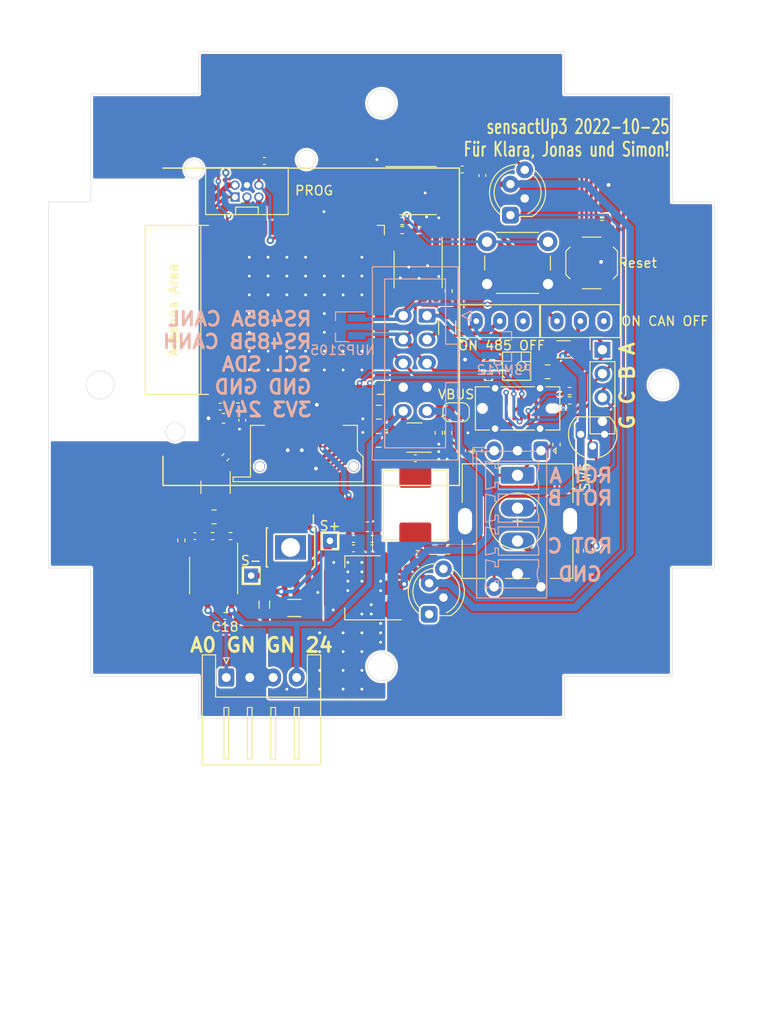
<source format=kicad_pcb>
(kicad_pcb (version 20221018) (generator pcbnew)
  (layers (0 "F.Cu" signal) (31 "B.Cu" signal) (34 "B.Paste" user) (35 "F.Paste" user) (36 "B.SilkS" user "B.Silkscreen") (37 "F.SilkS" user "F.Silkscreen") (38 "B.Mask" user) (39 "F.Mask" user) (44 "Edge.Cuts" user))
  (net 0 "")
  (net 1 "+3V3")
  (net 2 "GND")
  (net 3 "PROG_EN")
  (net 4 "+24V")
  (net 5 "Net-(U4-CB)")
  (net 6 "+4V")
  (net 7 "/VoP")
  (net 8 "/VoN")
  (net 9 "GNDA")
  (net 10 "CANL")
  (net 11 "CANH")
  (net 12 "RGB_LED")
  (net 13 "RS485A")
  (net 14 "RS485B")
  (net 15 "SDA")
  (net 16 "SCL")
  (net 17 "PROG_TX")
  (net 18 "PROG_RX")
  (net 19 "I2S_WS")
  (net 20 "I2S_SCK")
  (net 21 "Net-(U1A-+)")
  (net 23 "DAC")
  (net 24 "LCD_BL")
  (net 25 "/LEDK")
  (net 26 "Net-(D2-DI)")
  (net 27 "Net-(J1-Pin_1)")
  (net 28 "Net-(JP1-A)")
  (net 29 "1wire")
  (net 30 "ROT_A")
  (net 31 "ROT_B")
  (net 32 "ROT_C")
  (net 33 "485_RO")
  (net 34 "Net-(J6-CC1)")
  (net 35 "I2S_DATA")
  (net 37 "Net-(J6-CC2)")
  (net 39 "Net-(Q1-B)")
  (net 40 "/SW")
  (net 41 "CAN_TX")
  (net 42 "CAN_RX")
  (net 43 "Net-(Q1-C)")
  (net 44 "Net-(U1A--)")
  (net 45 "Net-(U1B-+)")
  (net 46 "485_DE")
  (net 47 "485_DI")
  (net 48 "LCD_DC")
  (net 49 "LCD_CLK")
  (net 50 "LCD_MOSI")
  (net 51 "LCD_RES")
  (net 52 "Net-(U3-Rs)")
  (net 53 "Net-(U4-FB)")
  (net 54 "Net-(SW2-B)")
  (net 55 "PROG_IO0")
  (net 56 "Net-(SW4-B)")
  (net 57 "Net-(R19-Pad2)")
  (net 59 "Net-(R16-Pad1)")
  (net 61 "Net-(R21-Pad2)")
  (net 64 "USB+")
  (net 65 "USB-")
  (net 67 "Net-(R18-Pad1)")
  (net 69 "Net-(R22-Pad1)")
  (net 79 "Net-(U6-CTRL)")
  (footprint "Resistor_SMD:R_0402_1005Metric" (layer "F.Cu") (at 120.054 100.647)
    (fp_text reference "R15" hide)
    (fp_text value "5k1")
  )
  (footprint "Capacitor_SMD:C_0402_1005Metric" (layer "F.Cu") (at 103.6 107.8)
    (fp_text reference "C8" hide)
    (fp_text value "u1")
  )
  (footprint "Capacitor_SMD:C_0603_1608Metric" (layer "F.Cu") (at 98.5 115.1 180)
    (fp_text reference "C10" hide)
    (fp_text value "22u")
  )
  (footprint "Package_TO_SOT_SMD:SOT-23-6" (layer "F.Cu") (at 103.5 105.6 180)
    (fp_text reference "U4" hide)
    (fp_text value "RY8310")
  )
  (footprint "liebler_CONN:IDC_2x03_P1.27mm_Vertical" (layer "F.Cu") (at 85.65 79.35 90)
    (fp_text reference "J4" hide)
    (fp_text value "PROG")
  )
  (footprint "Capacitor_SMD:C_0805_2012Metric" (layer "F.Cu") (at 117.704 98.597)
    (fp_text reference "C9" hide)
    (fp_text value "10u")
  )
  (footprint "Resistor_SMD:R_0402_1005Metric" (layer "F.Cu") (at 111.404 98.697 90)
    (fp_text reference "R12" hide)
    (fp_text value "4k7")
  )
  (footprint "Capacitor_SMD:C_0402_1005Metric" (layer "F.Cu") (at 97.004 116.4 180)
    (fp_text reference "C21" hide)
    (fp_text value "4u7")
  )
  (footprint "Package_SO:SOIC-8_3.9x4.9mm_P1.27mm" (layer "F.Cu") (at 103.9 87.7 -90)
    (fp_text reference "U3" hide)
    (fp_text value "SN65HVD230")
  )
  (footprint "liebler_MECH:Switch_SS12D00" (layer "F.Cu") (at 121.2 93.2)
    (fp_text reference "SW2" hide)
    (fp_text value "ON CAN OFF")
  )
  (footprint "Resistor_SMD:R_0402_1005Metric" (layer "F.Cu") (at 123.504 82.097 180)
    (fp_text reference "R16" hide)
    (fp_text value "1K")
  )
  (footprint "Resistor_SMD:R_1206_3216Metric_Pad1.30x1.75mm_HandSolder" (layer "F.Cu") (at 107 93.9 -90)
    (fp_text reference "R17" hide)
    (fp_text value "K12")
  )
  (footprint "Capacitor_SMD:C_0805_2012Metric" (layer "F.Cu") (at 99.704 102.897)
    (fp_text reference "C5" hide)
    (fp_text value "10u")
  )
  (footprint "Capacitor_SMD:C_0402_1005Metric" (layer "F.Cu") (at 108.6 77.047)
    (fp_text reference "C17" hide)
    (fp_text value "u1")
  )
  (footprint "Package_SO:SOIC-8_3.9x4.9mm_P1.27mm" (layer "F.Cu") (at 82.1 120.297 -90)
    (fp_text reference "U1" hide)
    (fp_text value "LM358")
  )
  (footprint "Capacitor_SMD:C_0402_1005Metric" (layer "F.Cu") (at 99.004 117.397)
    (fp_text reference "C19" hide)
    (fp_text value "4u7")
  )
  (footprint "TestPoint:TestPoint_THTPad_1.5x1.5mm_Drill0.7mm" (layer "F.Cu") (at 86.1 120.3)
    (fp_text reference "J7" hide)
    (fp_text value "S-")
  )
  (footprint "Capacitor_SMD:C_0402_1005Metric" (layer "F.Cu") (at 97.004 117.397)
    (fp_text reference "C22" hide)
    (fp_text value "1u")
  )
  (footprint "Package_SO:SOIC-8_3.9x4.9mm_P1.27mm" (layer "F.Cu") (at 103.9 79.297)
    (fp_text reference "U7" hide)
    (fp_text value "MAX3485")
  )
  (footprint "Resistor_SMD:R_0402_1005Metric" (layer "F.Cu") (at 84.7 102.3)
    (fp_text reference "R5" hide)
    (fp_text value "10k")
  )
  (footprint "Connector_JST:JST_XH_S4B-XH-A_1x04_P2.50mm_Horizontal" (layer "F.Cu") (at 83.45 131.15)
    (fp_text reference "J1" hide)
    (fp_text value "AOUT")
  )
  (footprint "Capacitor_SMD:C_0402_1005Metric" (layer "F.Cu") (at 104.1 83.5 180)
    (fp_text reference "C7" hide)
    (fp_text value "u1")
  )
  (footprint "Resistor_SMD:R_0402_1005Metric" (layer "F.Cu") (at 102.2 83.5 180)
    (fp_text reference "R20" hide)
    (fp_text value "10k")
  )
  (footprint "Resistor_SMD:R_0402_1005Metric" (layer "F.Cu") (at 83.9 116.097 180)
    (fp_text reference "R3" hide)
    (fp_text value "22k")
  )
  (footprint "Resistor_SMD:R_0402_1005Metric" (layer "F.Cu") (at 112.404 97.597 -90)
    (fp_text reference "R13" hide)
    (fp_text value "4k7")
  )
  (footprint "Resistor_SMD:R_0603_1608Metric" (layer "F.Cu") (at 122.075 109.1 180)
    (fp_text reference "R11" hide)
    (fp_text value "1k")
  )
  (footprint "Capacitor_SMD:C_0402_1005Metric" (layer "F.Cu") (at 80.1 116.097)
    (fp_text reference "C16" hide)
    (fp_text value "1u")
  )
  (footprint "Resistor_SMD:R_0402_1005Metric" (layer "F.Cu") (at 120.054 101.647)
    (fp_text reference "R14" hide)
    (fp_text value "5k1")
  )
  (footprint "Capacitor_SMD:C_0402_1005Metric" (layer "F.Cu") (at 110.754 77.697 90)
    (fp_text reference "C15" hide)
    (fp_text value "u1")
  )
  (footprint "Capacitor_SMD:C_0402_1005Metric" (layer "F.Cu") (at 100.504 104.397)
    (fp_text reference "C6" hide)
    (fp_text value "u1")
  )
  (footprint "Button_Switch_SMD:SW_SPST_TL3342" (layer "F.Cu") (at 122.4 87 -90)
    (fp_text reference "SW1" hide)
    (fp_text value "Reset")
  )
  (footprint "Capacitor_SMD:C_0402_1005Metric" (layer "F.Cu") (at 83.304 124.597 180)
    (fp_text reference "C18")
    (fp_text value "1u")
  )
  (footprint "liebler_SEMICONDUCTORS:SOT-23_smaller" (layer "F.Cu") (at 82.304 110.897 -90)
    (fp_text reference "Q1" hide)
    (fp_text value "BC817")
  )
  (footprint "liebler_CONN:GT-USB-7051A" (layer "F.Cu") (at 114.504 102.497)
    (fp_text reference "J6" hide)
    (fp_text value "USB")
  )
  (footprint "Resistor_SMD:R_0402_1005Metric" (layer "F.Cu") (at 107.15 90 -90)
    (fp_text reference "R7" hide)
    (fp_text value "4k7")
  )
  (footprint "Capacitor_SMD:C_1206_3216Metric" (layer "F.Cu") (at 90.704 123.747)
    (fp_text reference "C13" hide)
    (fp_text value "100u")
  )
  (footprint "Capacitor_SMD:C_0402_1005Metric" (layer "F.Cu") (at 87.504 76.147 180)
    (fp_text reference "C23" hide)
    (fp_text value "u1")
  )
  (footprint "Resistor_SMD:R_0402_1005Metric" (layer "F.Cu") (at 118.654 106.347 -90)
    (fp_text reference "R18" hide)
    (fp_text value "1k")
  )
  (footprint "Capacitor_SMD:C_0805_2012Metric" (layer "F.Cu") (at 99.7 105.897)
    (fp_text reference "C4" hide)
    (fp_text value "10u")
  )
  (footprint "Resistor_SMD:R_0402_1005Metric" (layer "F.Cu") (at 82 116.097)
    (fp_text reference "R1" hide)
    (fp_text value "10k")
  )
  (footprint "Package_TO_SOT_SMD:SOT-223-3_TabPin2" (layer "F.Cu") (at 98 121.6 180)
    (fp_text reference "U8" hide)
    (fp_text value "AMS1117")
  )
  (footprint "Capacitor_SMD:C_0603_1608Metric" (layer "F.Cu") (at 107.1 117.5)
    (fp_text reference "C11" hide)
    (fp_text value "22u")
  )
  (footprint "NetTie:NetTie-2_SMD_Pad0.5mm" (layer "F.Cu") (at 92.004 122.097 180)
    (fp_text reference "NT2" hide)
    (fp_text value "1")
  )
  (footprint "Resistor_SMD:R_0402_1005Metric" (layer "F.Cu") (at 102.204 82.547)
    (fp_text reference "R21" hide)
    (fp_text value "1k")
  )
  (footprint "liebler_MECH:RotaryEncoder_Alps_EC11E-Switch_Vertical_H20mm" (layer "F.Cu") (at 114.5 114.5 -90)
    (fp_text reference "SW5")
    (fp_text value "ROT1")
  )
  (footprint "Capacitor_SMD:C_0402_1005Metric" (layer "F.Cu") (at 90.3 122.097)
    (fp_text reference "C12" hide)
    (fp_text value "1u")
  )
  (footprint "LED_THT:LED_D5.0mm-4_RGB_Staggered_Pins" (layer "F.Cu") (at 105.074014 124.416 90)
    (fp_text reference "D2" hide)
    (fp_text value "Betrieb")
  )
  (footprint "Inductor_SMD:L_0805_2012Metric" (layer "F.Cu") (at 87.504 123.397 90)
    (fp_text reference "FB1" hide)
    (fp_text value "100R")
  )
  (footprint "Resistor_SMD:R_0402_1005Metric" (layer "F.Cu") (at 107.104 105.097 90)
    (fp_text reference "R8" hide)
    (fp_text value "68k")
  )
  (footprint "liebler_OPTO:Display_LH154K-PG04_variant" (layer "F.Cu") (at 91.725 104.3 180)
    (fp_text reference "X1" hide)
    (fp_text value "Display_LH154K-PG04")
  )
  (footprint "Inductor_SMD:L_Abracon_ASPI-0630LR" (layer "F.Cu") (at 103.6 112.8 90)
    (fp_text reference "L1" hide)
    (fp_text value "4u7")
  )
  (footprint "Capacitor_SMD:C_0402_1005Metric" (layer "F.Cu") (at 85.15 103.75 -90)
    (fp_text reference "C2" hide)
    (fp_text value "u1")
  )
  (footprint "Jumper:SolderJumper-2_P1.3mm_Open_RoundedPad1.0x1.5mm" (layer "F.Cu") (at 107.95 102.9 180)
    (fp_text reference "JP1" hide)
    (fp_text value "VBUS")
  )
  (footprint "Espressif:ESP32-S3-WROOM-1" (layer "F.Cu") (at 90.55 92 90)
    (fp_text reference "U2" hide)
    (fp_text value "ESP32-S3-WROOM-1")
  )
  (footprint "Package_TO_SOT_THT:TO-92_HandSolder" (layer "F.Cu") (at 123.775 105.25 180)
    (fp_text reference "U9" hide)
    (fp_text value "DS18B20")
  )
  (footprint "Resistor_SMD:R_0402_1005Metric" (layer "F.Cu") (at 121.154 117.647 90)
    (fp_text reference "R22" hide)
    (fp_text value "1k")
  )
  (footprint "Connector_PinHeader_2.54mm:PinHeader_1x04_P2.54mm_Vertical" (layer "F.Cu") (at 123.55 96.25)
    (fp_text reference "J3" hide)
    (fp_text value "G C B A")
  )
  (footprint "liebler_SEMICONDUCTORS:SOIC-8_3.9x4.9mm_Pitch1.27mm_pad_handsolder" (layer "F.Cu") (at 90.3 117.3 -90)
    (fp_text reference "U6" hide)
    (fp_text value "NS4168" hide)
  )
  (footprint "Button_Switch_THT:SW_PUSH_6mm_H13mm" (layer "F.Cu") (at 111.25 84.75)
    (fp_text reference "SW6" hide)
    (fp_text value "GREEN")
  )
  (footprint "Resistor_SMD:R_1206_3216Metric_Pad1.30x1.75mm_HandSolder" (layer "F.Cu") (at 119.4 96.2 180)
    (fp_text reference "R10" hide)
    (fp_text value "K12")
  )
  (footprint "Capacitor_SMD:C_0402_1005Metric" (layer "F.Cu") (at 99.004 116.397 180)
    (fp_text reference "C20" hide)
    (fp_text value "1u")
  )
  (footprint "Resistor_SMD:R_0402_1005Metric" (layer "F.Cu") (at 106.1 105.1 90)
    (fp_text reference "R9" hide)
    (fp_text value "15k")
  )
  (footprint "Resistor_SMD:R_0402_1005Metric" (layer "F.Cu") (at 110.304 106.997 90)
    (fp_text reference "R19" hide)
    (fp_text value "1k")
  )
  (footprint "TestPoint:TestPoint_THTPad_1.5x1.5mm_Drill0.7mm" (layer "F.Cu") (at 94.5 116.6)
    (fp_text reference "J5" hide)
    (fp_text value "S+")
  )
  (footprint "Capacitor_SMD:C_0402_1005Metric" (layer "F.Cu") (at 121.654 111.247 180)
    (fp_text reference "C24" hide)
    (fp_text value "u1")
  )
  (footprint "Capacitor_SMD:C_0402_1005Metric" (layer "F.Cu") (at 82.8 102.3 180)
    (fp_text reference "C3" hide)
    (fp_text value "u1")
  )
  (footprint "Capacitor_SMD:C_0603_1608Metric" (layer "F.Cu") (at 83.15 103.55 180)
    (fp_text reference "C1" hide)
    (fp_text value "22u")
  )
  (footprint "Resistor_SMD:R_0805_2012Metric" (layer "F.Cu") (at 82.154 114.047 180)
    (fp_text reference "R6" hide)
    (fp_text value "10R")
  )
  (footprint "Capacitor_SMD:C_0402_1005Metric" (layer "F.Cu") (at 109.304 106.997 90)
    (fp_text reference "C25" hide)
    (fp_text value "u1")
  )
  (footprint "liebler_MECH:Switch_SS12D00" (layer "F.Cu") (at 112.6 93.2)
    (fp_text reference "SW4" hide)
    (fp_text value "ON 485 OFF")
  )
  (footprint "Resistor_SMD:R_0402_1005Metric" (layer "F.Cu") (at 78.654 116.547 90)
    (fp_text reference "R2" hide)
    (fp_text value "10k")
  )
  (footprint "Capacitor_SMD:C_0402_1005Metric" (layer "F.Cu") (at 122.154 117.647 90)
    (fp_text reference "C26" hide)
    (fp_text value "u1")
  )
  (footprint "liebler_SEMICONDUCTORS:AHT21" (layer "F.Cu") (at 114.404 97.997 -90)
    (fp_text reference "U5" hide)
    (fp_text value "AHT21")
  )
  (footprint "Resistor_SMD:R_0402_1005Metric" (layer "F.Cu") (at 83.354 107.697 45)
    (fp_text reference "R4" hide)
    (fp_text value "1k")
  )
  (footprint "LED_THT:LED_D5.0mm-4_RGB_Staggered_Pins" (layer "F.Cu") (at 114.5 79.5 90)
    (fp_text reference "D3" hide)
    (fp_text value "Stellgröße")
  )
  (footprint "Capacitor_SMD:C_0402_1005Metric" (layer "F.Cu") (at 103.8 118)
    (fp_text reference "C14" hide)
    (fp_text value "u1")
  )
  (footprint "Package_TO_SOT_SMD:SOT-23_Handsoldering" (layer "B.Cu") (at 113.1 95.9)
    (fp_text reference "D4" hide)
    (fp_text value "PSM712")
  )
  (footprint "Connector_IDC:IDC-Header_2x05_P2.54mm_Vertical" (layer "B.Cu") (at 104.8525 92.62 180)
    (fp_text reference "J2" hide)
    (fp_text value "BaseConnect")
  )
  (footprint "Package_TO_SOT_SMD:SOT-23_Handsoldering" (layer "B.Cu") (at 95.85 93.8 180)
    (fp_text reference "D1" hide)
    (fp_text value "NUP2105")
  )
  (footprint "Connector_Phoenix_MC:PhoenixContact_MCV_1,5_4-G-3.5_1x04_P3.50mm_Vertical" (layer "B.Cu") (at 114.4965 109.6145 -90)
    (fp_text reference "J8")
    (fp_text value "G C B A")
  )
  (gr_line (start 76.7 110.7) (end 76.7 107.6) (stroke (width 0.15)) (layer "F.SilkS"))
  (gr_line (start 108.3 76.9) (end 76.7 76.9) (stroke (width 0.15)) (layer "F.SilkS"))
  (gr_line (start 108.3 110.7) (end 108.3 76.9) (stroke (width 0.15)) (layer "F.SilkS"))
  (gr_line (start 76.7 110.7) (end 108.3 110.7) (stroke (width 0.15)) (layer "F.SilkS"))
  (gr_line (start 119.5 69) (end 131 69) (stroke (width 0.05)) (layer "Edge.Cuts"))
  (gr_line (start 69 69) (end 80.5 69) (stroke (width 0.05)) (layer "Edge.Cuts"))
  (gr_line (start 131 131) (end 119.5 131) (stroke (width 0.05)) (layer "Edge.Cuts"))
  (gr_line (start 69 119.5) (end 64.5 119.5) (stroke (width 0.05)) (layer "Edge.Cuts"))
  (gr_circle (center 92 76) (end 93 76) (stroke (width 0.05)) (fill none) (layer "Edge.Cuts"))
  (gr_line (start 80.5 135.5) (end 80.5 131) (stroke (width 0.05)) (layer "Edge.Cuts"))
  (gr_circle (center 78 105) (end 78 104) (stroke (width 0.05)) (fill none) (layer "Edge.Cuts"))
  (gr_line (start 80.5 69) (end 80.5 64.5) (stroke (width 0.05)) (layer "Edge.Cuts"))
  (gr_line (start 70 131) (end 69 131) (stroke (width 0.05)) (layer "Edge.Cuts"))
  (gr_line (start 64.5 80.5) (end 69 80.5) (stroke (width 0.05)) (layer "Edge.Cuts"))
  (gr_line (start 131 119.5) (end 131 131) (stroke (width 0.05)) (layer "Edge.Cuts"))
  (gr_line (start 119.5 64.5) (end 119.5 69) (stroke (width 0.05)) (layer "Edge.Cuts"))
  (gr_line (start 69 80.5) (end 69 69) (stroke (width 0.05)) (layer "Edge.Cuts"))
  (gr_line (start 80.5 64.5) (end 119.5 64.5) (stroke (width 0.05)) (layer "Edge.Cuts"))
  (gr_line (start 69 131) (end 69 119.5) (stroke (width 0.05)) (layer "Edge.Cuts"))
  (gr_line (start 131 80.5) (end 131 69) (stroke (width 0.05)) (layer "Edge.Cuts"))
  (gr_circle (center 100 130) (end 100 128.5) (stroke (width 0.05)) (fill none) (layer "Edge.Cuts"))
  (gr_circle (center 70 100) (end 70 98.5) (stroke (width 0.05)) (fill none) (layer "Edge.Cuts"))
  (gr_circle (center 80 77) (end 81 77) (stroke (width 0.05)) (fill none) (layer "Edge.Cuts"))
  (gr_line (start 80.5 131) (end 70 131) (stroke (width 0.05)) (layer "Edge.Cuts"))
  (gr_circle (center 100 70) (end 100 68.5) (stroke (width 0.05)) (fill none) (layer "Edge.Cuts"))
  (gr_line (start 119.5 135.5) (end 80.5 135.5) (stroke (width 0.05)) (layer "Edge.Cuts"))
  (gr_line (start 131 80.5) (end 135.5 80.5) (stroke (width 0.05)) (layer "Edge.Cuts"))
  (gr_circle (center 130 100) (end 130 98.5) (stroke (width 0.05)) (fill none) (layer "Edge.Cuts"))
  (gr_line (start 119.5 131) (end 119.5 135.5) (stroke (width 0.05)) (layer "Edge.Cuts"))
  (gr_line (start 64.5 119.5) (end 64.5 80.5) (stroke (width 0.05)) (layer "Edge.Cuts"))
  (gr_line (start 135.5 80.5) (end 135.5 119.5) (stroke (width 0.05)) (layer "Edge.Cuts"))
  (gr_line (start 135.5 119.5) (end 131 119.5) (stroke (width 0.05)) (layer "Edge.Cuts"))
  (gr_text "RS485A CANL\nRS485B CANH\nSCL SDA\nGND GND\n3V3 24V" (at 92.704 97.797) (layer "B.SilkS") (effects (font (size 1.5 1.5) (thickness 0.3)) (justify left mirror)))
  (gr_text "GND" (at 121.154 120.147) (layer "B.SilkS") (effects (font (size 1.5 1.5) (thickness 0.3)) (justify mirror)))
  (gr_text "ROT A" (at 121.254 109.647) (layer "B.SilkS") (effects (font (size 1.5 1.5) (thickness 0.3)) (justify mirror)))
  (gr_text "ROT B" (at 121.154 112.047) (layer "B.SilkS") (effects (font (size 1.5 1.5) (thickness 0.3)) (justify mirror)))
  (gr_text "ROT C" (at 121.161097 117.147) (layer "B.SilkS") (effects (font (size 1.5 1.5) (thickness 0.3)) (justify mirror)))
  (gr_text "A0 GN GN 24" (at 87.204 127.697) (layer "F.SilkS") (effects (font (size 1.5 1.5) (thickness 0.3))))
  (gr_text "sensactUp3 2022-10-25\nFür Klara, Jonas und Simon!" (at 130.81 73.7) (layer "F.SilkS") (effects (font (size 1.5 1) (thickness 0.2)) (justify right)))
  (segment (start 83.56 88.51) (end 80.84 85.790001) (width 0.6) (layer "F.Cu") (net 1))
  (segment (start 117.3 86.8) (end 119.6 89.1) (width 0.4) (layer "F.Cu") (net 1))
  (segment (start 114.204 97.997) (end 114.404 97.797) (width 0.3) (layer "F.Cu") (net 1))
  (segment (start 116.004 97.997) (end 114.604 97.997) (width 0.3) (layer "F.Cu") (net 1))
  (segment (start 80.84 85.790001) (end 80.84 81.524999) (width 0.6) (layer "F.Cu") (net 1))
  (segment (start 103.654 83.466) (end 103.654 78.546) (width 0.4) (layer "F.Cu") (net 1))
  (segment (start 115.357 86.8) (end 117.3 86.8) (width 0.4) (layer "F.Cu") (net 1))
  (segment (start 102.4205 121.2) (end 102.25 121.2) (width 0.8) (layer "F.Cu") (net 1))
  (segment (start 93.475 106.575) (end 93.7 106.8) (width 0.3) (layer "F.Cu") (net 1))
  (segment (start 93.475 104.5) (end 93.475 106.575) (width 0.3) (layer "F.Cu") (net 1))
  (segment (start 83.8 103.675) (end 83.925 103.55) (width 0.8) (layer "F.Cu") (net 1))
  (segment (start 117.680472 97.997) (end 118.252472 97.425) (width 0.3) (layer "F.Cu") (net 1))
  (segment (start 83.8 104.401) (end 83.8 103.675) (width 0.8) (layer "F.Cu") (net 1))
  (segment (start 112.514 97.997) (end 114.204 97.997) (width 0.3) (layer "F.Cu") (net 1))
  (segment (start 96.524 116.4) (end 96.524 117.397) (width 0.6) (layer "F.Cu") (net 1))
  (segment (start 83.56 102.02) (end 83.28 102.3) (width 0.6) (layer "F.Cu") (net 1))
  (segment (start 103.265 83.855) (end 103.62 83.5) (width 0.3) (layer "F.Cu") (net 1))
  (segment (start 119.9 96.3) (end 119.3 96.9) (width 0.4) (layer "F.Cu") (net 1))
  (segment (start 87.604 126.097) (end 93.104 126.097) (width 0.8) (layer "F.Cu") (net 1))
  (segment (start 119.6 92.2) (end 119.9 92.5) (width 0.4) (layer "F.Cu") (net 1))
  (segment (start 96.524 117.397) (end 96.504 117.417) (width 0.6) (layer "F.Cu") (net 1))
  (segment (start 83.28 102.3) (end 84.19 102.3) (width 0.6) (layer "F.Cu") (net 1))
  (segment (start 114.604 97.997) (end 114.404 97.797) (width 0.3) (layer "F.Cu") (net 1))
  (segment (start 110.904 80.247) (end 110.904 82.347) (width 0.4) (layer "F.Cu") (net 1))
  (segment (start 77.254 110.947) (end 83.8 104.401) (width 0.8) (layer "F.Cu") (net 1))
  (segment (start 103.62 83.5) (end 103.654 83.466) (width 0.4) (layer "F.Cu") (net 1))
  (segment (start 110.904 82.347) (end 115.357 86.8) (width 0.4) (layer "F.Cu") (net 1))
  (segment (start 119.6 89.1) (end 119.6 92.2) (width 0.4) (layer "F.Cu") (net 1))
  (segment (start 121.235 109.085) (end 121.25 109.1) (width 0.8) (layer "F.Cu") (net 1))
  (segment (start 80.84 81.524999) (end 83.65 78.715) (width 0.6) (layer "F.Cu") (net 1))
  (segment (start 87.604 126.097) (end 80.797 126.097) (width 0.8) (layer "F.Cu") (net 1))
  (segment (start 83.925 103.55) (end 83.925 102.565) (width 0.6) (layer "F.Cu") (net 1))
  (segment (start 112.404 98.107) (end 111.484 98.107) (width 0.3) (layer "F.Cu") (net 1))
  (segment (start 96.504 116.38) (end 96.524 116.4) (width 0.6) (layer "F.Cu") (net 1))
  (segment (start 96.504 118.797) (end 96.404 118.897) (width 0.6) (layer "F.Cu") (net 1))
  (segment (start 104.808 77.392) (end 108.049 77.392) (width 0.4) (layer "F.Cu") (net 1))
  (segment (start 114.404 97.797) (end 114.404 96.997) (width 0.3) (layer "F.Cu") (net 1))
  (segment (start 103.62 83.5) (end 102.71 83.5) (width 0.3) (layer "F.Cu") (net 1))
  (segment (start 94.175 104.5) (end 94.175 106.325) (width 0.3) (layer "F.Cu") (net 1))
  (segment (start 96.504 117.417) (end 96.504 118.797) (width 0.6) (layer "F.Cu") (net 1))
  (segment (start 94.175 106.325) (end 93.7 106.8) (width 0.3) (layer "F.Cu") (net 1))
  (segment (start 77.254 122.554) (end 77.254 110.947) (width 0.8) (layer "F.Cu") (net 1))
  (segment (start 121.235 105.25) (end 121.235 109.085) (width 0.8) (layer "F.Cu") (net 1))
  (segment (start 101.85 121.6) (end 101.15 121.6) (width 0.8) (layer "F.Cu") (net 1))
  (segment (start 118.775 97.425) (end 118.252472 97.425) (width 0.3) (layer "F.Cu") (net 1))
  (segment (start 93.104 126.097) (end 93.404 126.397) (width 0.8) (layer "F.Cu") (net 1))
  (segment (start 119.3 96.9) (end 118.775 97.425) (width 0.3) (layer "F.Cu") (net 1))
  (segment (start 116.004 97.997) (end 117.680472 97.997) (width 0.3) (layer "F.Cu") (net 1))
  (segment (start 83.56 100.75) (end 83.56 102.02) (width 0.6) (layer "F.Cu") (net 1))
  (segment (start 80.797 126.097) (end 77.254 122.554) (width 0.8) (layer "F.Cu") (net 1))
  (segment (start 103.265 85.225) (end 103.265 83.855) (width 0.3) (layer "F.Cu") (net 1))
  (segment (start 83.65 78.715) (end 84.38 78.715) (width 0.6) (layer "F.Cu") (net 1))
  (segment (start 83.56 100.75) (end 83.56 88.51) (width 0.6) (layer "F.Cu") (net 1))
  (segment (start 83.925 102.565) (end 84.19 102.3) (width 0.6) (layer "F.Cu") (net 1))
  (segment (start 119.9 92.5) (end 119.9 96.3) (width 0.4) (layer "F.Cu") (net 1))
  (segment (start 87.604 126.097) (end 87.604 124.4595) (width 0.8) (layer "F.Cu") (net 1))
  (segment (start 116.004 97.997) (end 116.154 97.997) (width 0.3) (layer "F.Cu") (net 1))
  (segment (start 103.654 78.546) (end 104.808 77.392) (width 0.4) (layer "F.Cu") (net 1))
  (segment (start 96.504 111.697) (end 96.504 116.38) (width 0.6) (layer "F.Cu") (net 1))
  (segment (start 102.25 121.2) (end 101.85 121.6) (width 0.8) (layer "F.Cu") (net 1))
  (segment (start 111.484 98.107) (end 111.404 98.187) (width 0.3) (layer "F.Cu") (net 1))
  (segment (start 108.049 77.392) (end 110.904 80.247) (width 0.4) (layer "F.Cu") (net 1))
  (segment (start 112.404 98.107) (end 112.514 97.997) (width 0.3) (layer "F.Cu") (net 1))
  (via (at 99.904 126.397) (size 0.6) (drill 0.3) (layers "F.Cu" "B.Cu") (net 1))
  (via (at 96.404 120.897) (size 0.6) (drill 0.3) (layers "F.Cu" "B.Cu") (net 1))
  (via (at 95.904 132.397) (size 0.6) (drill 0.3) (layers "F.Cu" "B.Cu") (net 1))
  (via (at 95.904 130.397) (size 0.6) (drill 0.3) (layers "F.Cu" "B.Cu") (net 1))
  (via (at 97.904 130.397) (size 0.6) (drill 0.3) (layers "F.Cu" "B.Cu") (net 1))
  (via (at 94.85 123.951) (size 0.6) (drill 0.3) (layers "F.Cu" "B.Cu") (net 1))
  (via (at 94.904 118.897) (size 0.6) (drill 0.3) (layers "F.Cu" "B.Cu") (net 1))
  (via (at 93.404 126.397) (size 0.6) (drill 0.3) (layers "F.Cu" "B.Cu") (net 1))
  (via (at 96.404 121.897) (size 0.6) (drill 0.3) (layers "F.Cu" "B.Cu") (net 1))
  (via (at 93.404 128.397) (size 0.6) (drill 0.3) (layers "F.Cu" "B.Cu") (net 1))
  (via (at 99.904 121.897) (size 0.6) (drill 0.3) (layers "F.Cu" "B.Cu") (net 1))
  (via (at 96.504 111.697) (size 0.6) (drill 0.3) (layers "F.Cu" "B.Cu") (net 1))
  (via (at 95.904 126.397) (size 0.6) (drill 0.3) (layers "F.Cu" "B.Cu") (net 1))
  (via (at 95.904 128.397) (size 0.6) (drill 0.3) (layers "F.Cu" "B.Cu") (net 1))
  (via (at 97.904 128.397) (size 0.6) (drill 0.3) (layers "F.Cu" "B.Cu") (net 1))
  (via (at 119.3 96.9) (size 0.6) (drill 0.3) (layers "F.Cu" "B.Cu") (net 1))
  (via (at 93.404 132.397) (size 0.6) (drill 0.3) (layers "F.Cu" "B.Cu") (net 1))
  (via (at 93.404 130.397) (size 0.6) (drill 0.3) (layers "F.Cu" "B.Cu") (net 1))
  (via (at 89.904 132.397) (size 0.6) (drill 0.3) (layers "F.Cu" "B.Cu") (net 1))
  (via (at 97.904 120.897) (size 0.6) (drill 0.3) (layers "F.Cu" "B.Cu") (net 1))
  (via (at 93.7 106.8) (size 0.6) (drill 0.3) (layers "F.Cu" "B.Cu") (net 1))
  (via (at 98.904 124.397) (size 0.6) (drill 0.3) (layers "F.Cu" "B.Cu") (net 1))
  (via (at 97.904 124.397) (size 0.6) (drill 0.3) (layers "F.Cu" "B.Cu") (net 1))
  (via (at 96.404 119.897) (size 0.6) (drill 0.3) (layers "F.Cu" "B.Cu") (net 1))
  (via (at 99.904 120.897) (size 0.6) (drill 0.3) (layers "F.Cu" "B.Cu") (net 1))
  (via (at 97.904 118.897) (size 0.6) (drill 0.3) (layers "F.Cu" "B.Cu") (net 1))
  (via (at 97.904 132.397) (size 0.6) (drill 0.3) (layers "F.Cu" "B.Cu") (net 1))
  (via (at 99.904 127.397) (size 0.6) (drill 0.3) (layers "F.Cu" "B.Cu") (net 1))
  (via (at 99.904 125.397) (size 0.6) (drill 0.3) (layers "F.Cu" "B.Cu") (net 1))
  (via (at 102.4205 121.2) (size 0.8) (drill 0.4) (layers "F.Cu" "B.Cu") (net 1))
  (via (at 98.904 123.397) (size 0.6) (drill 0.3) (layers "F.Cu" "B.Cu") (net 1))
  (via (at 97.904 119.897) (size 0.6) (drill 0.3) (layers "F.Cu" "B.Cu") (net 1))
  (via (at 96.404 118.897) (size 0.6) (drill 0.3) (layers "F.Cu" "B.Cu") (net 1))
  (via (at 97.904 126.397) (size 0.6) (drill 0.3) (layers "F.Cu" "B.Cu") (net 1))
  (segment (start 111.404 112.697) (end 112.804 111.297) (width 0.8) (layer "B.Cu") (net 1))
  (segment (start 121.235 109.566) (end 121.235 105.25) (width 0.8) (layer "B.Cu") (net 1))
  (segment (start 95.970999 109.070999) (end 93.7 106.8) (width 0.6) (layer "B.Cu") (net 1))
  (segment (start 102.4205 121.2) (end 102.4205 120.0795) (width 0.8) (layer "B.Cu") (net 1))
  (segment (start 95.970999 111.163999) (end 95.970999 109.070999) (width 0.6) (layer "B.Cu") (net 1))
  (segment (start 111.404 109.747) (end 108.204 106.547) (width 0.8) (layer "B.Cu") (net 1))
  (segment (start 121.4 105.085) (end 121.235 105.25) (width 0.8) (layer "B.Cu") (net 1))
  (segment (start 102.4205 120.0795) (end 104.903 117.597) (width 0.8) (layer "B.Cu") (net 1))
  (segment (start 96.504 111.697) (end 95.970999 111.163999) (width 0.6) (layer "B.Cu") (net 1))
  (segment (start 119.504 111.297) (end 121.235 109.566) (width 0.8) (layer "B.Cu") (net 1))
  (segment (start 111.404 116.097) (end 111.404 112.697) (width 0.8) (layer "B.Cu") (net 1))
  (segment (start 108.204 106.547) (end 108.204 103.947) (width 0.8) (layer "B.Cu") (net 1))
  (segment (start 121.4 99) (end 121.4 105.085) (width 0.8) (layer "B.Cu") (net 1))
  (segment (start 107.037 102.78) (end 104.8525 102.78) (width 0.8) (layer "B.Cu") (net 1))
  (segment (start 119.3 96.9) (end 121.4 99) (width 0.8) (layer "B.Cu") (net 1))
  (segment (start 104.903 117.597) (end 109.904 117.597) (width 0.8) (layer "B.Cu") (net 1))
  (segment (start 112.804 111.297) (end 119.504 111.297) (width 0.8) (layer "B.Cu") (net 1))
  (segment (start 111.404 112.697) (end 111.404 109.747) (width 0.8) (layer "B.Cu") (net 1))
  (segment (start 108.204 103.947) (end 107.037 102.78) (width 0.8) (layer "B.Cu") (net 1))
  (segment (start 109.904 117.597) (end 111.404 116.097) (width 0.8) (layer "B.Cu") (net 1))
  (segment (start 98.524 117.397) (end 98.524 116.397) (width 0.6) (layer "F.Cu") (net 2))
  (segment (start 93.004 108.897) (end 93.558456 108.897) (width 0.3) (layer "F.Cu") (net 2))
  (segment (start 112.703 99.747) (end 112.1 100.35) (width 0.3) (layer "F.Cu") (net 2))
  (segment (start 104.535 83.545) (end 104.58 83.5) (width 0.3) (layer "F.Cu") (net 2))
  (segment (start 97.484 115.341) (end 97.725 115.1) (width 0.6) (layer "F.Cu") (net 2))
  (segment (start 93.558456 108.897) (end 95.575 106.880456) (width 0.3) (layer "F.Cu") (net 2))
  (segment (start 114.404 99.347) (end 114.004 99.747) (width 0.3) (layer "F.Cu") (net 2))
  (segment (start 116.297 99.747) (end 116.9 100.35) (width 0.3) (layer "F.Cu") (net 2))
  (segment (start 114.804 99.747) (end 116.297 99.747) (width 0.3) (layer "F.Cu") (net 2))
  (segment (start 114.404 99.347) (end 114.804 99.747) (width 0.3) (layer "F.Cu") (net 2))
  (segment (start 98.5 115.875) (end 97.725 115.1) (width 0.6) (layer "F.Cu") (net 2))
  (segment (start 97.484 116.4) (end 97.484 115.341) (width 0.6) (layer "F.Cu") (net 2))
  (segment (start 104.535 85.225) (end 104.535 83.545) (width 0.3) (layer "F.Cu") (net 2))
  (segment (start 95.575 106.880456) (end 95.575 104.5) (width 0.3) (layer "F.Cu") (net 2))
  (segment (start 97.484 117.397) (end 97.484 116.4) (width 0.6) (layer "F.Cu") (net 2))
  (segment (start 114.004 99.747) (end 112.703 99.747) (width 0.3) (layer "F.Cu") (net 2))
  (segment (start 114.404 99.197) (end 114.404 99.347) (width 0.3) (layer "F.Cu") (net 2))
  (segment (start 98.5 116.42) (end 98.5 115.875) (width 0.6) (layer "F.Cu") (net 2))
  (via (at 97.904 86.397) (size 0.6) (drill 0.3) (layers "F.Cu" "B.Cu") (net 2))
  (via (at 124.204 78.697) (size 0.8) (drill 0.4) (layers "F.Cu" "B.Cu") (net 2))
  (via (at 104.004 88.647) (size 0.6) (drill 0.3) (layers "F.Cu" "B.Cu") (net 2))
  (via (at 93.904 88.397) (size 0.6) (drill 0.3) (layers "F.Cu" "B.Cu") (net 2))
  (via (at 93.904 96.397) (size 0.6) (drill 0.3) (layers "F.Cu" "B.Cu") (net 2))
  (via (at 104.654 79.547) (size 0.6) (drill 0.3) (layers "F.Cu" "B.Cu") (net 2))
  (via (at 87.904 86.397) (size 0.6) (drill 0.3) (layers "F.Cu" "B.Cu") (net 2))
  (via (at 85.904 98.397) (size 0.6) (drill 0.3) (layers "F.Cu" "B.Cu") (net 2))
  (via (at 95.904 90.397) (size 0.6) (drill 0.3) (layers "F.Cu" "B.Cu") (net 2))
  (via (at 104.904 87.297) (size 0.6) (drill 0.3) (layers "F.Cu" "B.Cu") (net 2))
  (via (at 97.904 90.397) (size 0.6) (drill 0.3) (layers "F.Cu" "B.Cu") (net 2))
  (via (at 85.904 88.397) (size 0.6) (drill 0.3) (layers "F.Cu" "B.Cu") (net 2))
  (via (at 85.904 94.397) (size 0.6) (drill 0.3) (layers "F.Cu" "B.Cu") (net 2))
  (via (at 106.1 82.2) (size 0.6) (drill 0.3) (layers "F.Cu" "B.Cu") (net 2))
  (via (at 109.204 105.097) (size 0.6) (drill 0.3) (layers "F.Cu" "B.Cu") (net 2))
  (via (at 98 105.05) (size 0.6) (drill 0.3) (layers "F.Cu" "B.Cu") (net 2))
  (via (at 93.904 98.397) (size 0.6) (drill 0.3) (layers "F.Cu" "B.Cu") (net 2))
  (via (at 85.904 86.397) (size 0.6) (drill 0.3) (layers "F.Cu" "B.Cu") (net 2))
  (via (at 87.904 90.397) (size 0.6) (drill 0.3) (layers "F.Cu" "B.Cu") (net 2))
  (via (at 106.1 107.9) (size 0.6) (drill 0.3) (layers "F.Cu" "B.Cu") (net 2))
  (via (at 106.1 107.1) (size 0.6) (drill 0.3) (layers "F.Cu" "B.Cu") (net 2))
  (via (at 89.904 90.397) (size 0.6) (drill 0.3) (layers "F.Cu" "B.Cu") (net 2))
  (via (at 91.904 88.397) (size 0.6) (drill 0.3) (layers "F.Cu" "B.Cu") (net 2))
  (via (at 89.904 88.397) (size 0.6) (drill 0.3) (layers "F.Cu" "B.Cu") (net 2))
  (via (at 85.904 90.397) (size 0.6) (drill 0.3) (layers "F.Cu" "B.Cu") (net 2))
  (via (at 107 107.9) (size 0.6) (drill 0.3) (layers "F.Cu" "B.Cu") (net 2))
  (via (at 89.904 98.397) (size 0.6) (drill 0.3) (layers "F.Cu" "B.Cu") (net 2))
  (via (at 104.804 82.097) (size 0.6) (drill 0.3) (layers "F.Cu" "B.Cu") (net 2))
  (via (at 97.904 96.397) (size 0.6) (drill 0.3) (layers "F.Cu" "B.Cu") (net 2))
  (via (at 108.904 97.297) (size 0.8) (drill 0.4) (layers "F.Cu" "B.Cu") (net 2))
  (via (at 106.104 88.447) (size 0.6) (drill 0.3) (layers "F.Cu" "B.Cu") (net 2))
  (via (at 95.904 96.397) (size 0.6) (drill 0.3) (layers "F.Cu" "B.Cu") (net 2))
  (via (at 93.1 102.1) (size 0.8) (drill 0.4) (layers "F.Cu" "B.Cu") (net 2))
  (via (at 87.904 98.397) (size 0.6) (drill 0.3) (layers "F.Cu" "B.Cu") (net 2))
  (via (at 97.904 88.397) (size 0.6) (drill 0.3) (layers "F.Cu" "B.Cu") (net 2))
  (via (at 91.5 106.95) (size 0.8) (drill 0.4) (layers "F.Cu" "B.Cu") (net 2))
  (via (at 87.904 96.397) (size 0.6) (drill 0.3) (layers "F.Cu" "B.Cu") (net 2))
  (via (at 84.854 104.697) (size 0.6) (drill 0.3) (layers "F.Cu" "B.Cu") (net 2))
  (via (at 98 103.6) (size 0.6) (drill 0.3) (layers "F.Cu" "B.Cu") (net 2))
  (via (at 102.004 88.597) (size 0.6) (drill 0.3) (layers "F.Cu" "B.Cu") (net 2))
  (via (at 91.904 98.397) (size 0.6) (drill 0.3) (layers "F.Cu" "B.Cu") (net 2))
  (via (at 95.904 88.397) (size 0.6) (drill 0.3) (layers "F.Cu" "B.Cu") (net 2))
  (via (at 93.004 108.897) (size 0.8) (drill 0.4) (layers "F.Cu" "B.Cu") (net 2))
  (via (at 85.904 92.397) (size 0.6) (drill 0.3) (layers "F.Cu" "B.Cu") (net 2))
  (via (at 81.55 103.55) (size 0.8) (drill 0.4) (layers "F.Cu" "B.Cu") (net 2))
  (via (at 91.904 96.397) (size 0.6) (drill 0.3) (layers "F.Cu" "B.Cu") (net 2))
  (via (at 93.904 92.397) (size 0.6) (drill 0.3) (layers "F.Cu" "B.Cu") (net 2))
  (via (at 106.1 106.3) (size 0.6) (drill 0.3) (layers "F.Cu" "B.Cu") (net 2))
  (via (at 89.904 86.397) (size 0.6) (drill 0.3) (layers "F.Cu" "B.Cu") (net 2))
  (via (at 85.904 96.397) (size 0.6) (drill 0.3) (layers "F.Cu" "B.Cu") (net 2))
  (via (at 102.904 87.447) (size 0.6) (drill 0.3) (layers "F.Cu" "B.Cu") (net 2))
  (via (at 123.404 86.897) (size 0.8) (drill 0.4) (layers "F.Cu" "B.Cu") (net 2))
  (via (at 97.904 98.397) (size 0.6) (drill 0.3) (layers "F.Cu" "B.Cu") (net 2))
  (via (at 93.204 122.097) (size 0.6) (drill 0.3) (layers "F.Cu" "B.Cu") (net 2))
  (via (at 93.904 90.397) (size 0.6) (drill 0.3) (layers "F.Cu" "B.Cu") (net 2))
  (via (at 87.904 88.397) (size 0.6) (drill 0.3) (layers "F.Cu" "B.Cu") (net 2))
  (via (at 91.904 86.397) (size 0.6) (drill 0.3) (layers "F.Cu" "B.Cu") (net 2))
  (via (at 95.904 98.397) (size 0.6) (drill 0.3) (layers "F.Cu" "B.Cu") (net 2))
  (via (at 99.504 75.997) (size 0.6) (drill 0.3) (layers "F.Cu" "B.Cu") (net 2))
  (via (at 90 106.95) (size 0.8) (drill 0.4) (layers "F.Cu" "B.Cu") (net 2))
  (via (at 93.854 81.547) (size 0.6) (drill 0.3) (layers "F.Cu" "B.Cu") (net 2))
  (via (at 89.904 96.397) (size 0.6) (drill 0.3) (layers "F.Cu" "B.Cu") (net 2))
  (via (at 93.904 94.397) (size 0.6) (drill 0.3) (layers "F.Cu" "B.Cu") (net 2))
  (via (at 91.904 90.397) (size 0.6) (drill 0.3) (layers "F.Cu" "B.Cu") (net 2))
  (segment (start 93.004 108.897) (end 93.004 108.454) (width 0.3) (layer "B.Cu") (net 2))
  (segment (start 93.004 108.454) (end 91.5 106.95) (width 0.3) (layer "B.Cu") (net 2))
  (segment (start 83.4 76.8) (end 87.4 72.8) (width 0.3) (layer "F.Cu") (net 3))
  (segment (start 81.49 85.520762) (end 81.49 81.794238) (width 0.3) (layer "F.Cu") (net 3))
  (segment (start 84.21 99.2) (end 84.21 88.240762) (width 0.3) (layer "F.Cu") (net 3))
  (segment (start 83.4 77.4) (end 83.4 76.8) (width 0.3) (layer "F.Cu") (net 3))
  (segment (start 83.299238 79.985) (end 84.38 79.985) (width 0.3) (layer "F.Cu") (net 3))
  (segment (start 122.85 76.35) (end 122.85 81.953) (width 0.3) (layer "F.Cu") (net 3))
  (segment (start 84.21 88.240762) (end 81.49 85.520762) (width 0.3) (layer "F.Cu") (net 3))
  (segment (start 122.85 81.953) (end 122.994 82.097) (width 0.3) (layer "F.Cu") (net 3))
  (segment (start 85.15 103.27) (end 85.15 101.07) (width 0.4) (layer "F.Cu") (net 3))
  (segment (start 87.4 72.8) (end 119.3 72.8) (width 0.3) (layer "F.Cu") (net 3))
  (segment (start 81.49 81.794238) (end 83.299238 79.985) (width 0.3) (layer "F.Cu") (net 3))
  (segment (start 85.15 101.07) (end 84.83 100.75) (width 0.4) (layer "F.Cu") (net 3))
  (segment (start 119.3 72.8) (end 122.85 76.35) (width 0.3) (layer "F.Cu") (net 3))
  (segment (start 84.83 100.75) (end 84.83 99.82) (width 0.3) (layer "F.Cu") (net 3))
  (segment (start 84.83 99.82) (end 84.21 99.2) (width 0.3) (layer "F.Cu") (net 3))
  (via (at 83.4 77.4) (size 0.8) (drill 0.4) (layers "F.Cu" "B.Cu") (net 3))
  (segment (start 83.4 79.005) (end 84.38 79.985) (width 0.3) (layer "B.Cu") (net 3))
  (segment (start 83.4 77.4) (end 83.4 79.005) (width 0.3) (layer "B.Cu") (net 3))
  (segment (start 100.984 104.397) (end 101.5495 104.9625) (width 0.6) (layer "F.Cu") (net 4))
  (segment (start 100.984 104.397) (end 100.984 103.227) (width 0.6) (layer "F.Cu") (net 4))
  (segment (start 102.3625 104.0375) (end 102.3625 102.83) (width 0.6) (layer "F.Cu") (net 4))
  (segment (start 102.3625 104.0375) (end 102.5 103.9) (width 0.3) (layer "F.Cu") (net 4))
  (segment (start 102.3625 105.6) (end 102.3625 104.9625) (width 0.6) (layer "F.Cu") (net 4))
  (segment (start 100.984 105.563) (end 100.65 105.897) (width 0.6) (layer "F.Cu") (net 4))
  (segment (start 102.3625 104.9625) (end 102.3625 104.65) (width 0.6) (layer "F.Cu") (net 4))
  (segment (start 102.45 103.95) (end 102.3625 104.0375) (width 0.3) (layer "F.Cu") (net 4))
  (segment (start 102.3625 102.83) (end 102.3125 102.78) (width 0.6) (layer "F.Cu") (net 4))
  (segment (start 84.004 123.997) (end 84.004 122.773) (width 0.6) (layer "F.Cu") (net 4))
  (segment (start 106.25 103.95) (end 102.45 103.95) (width 0.3) (layer "F.Cu") (net 4))
  (segment (start 100.984 104.397) (end 100.984 105.563) (width 0.6) (layer "F.Cu") (net 4))
  (segment (start 84.004 122.773) (end 84.005 122.772) (width 0.6) (layer "F.Cu") (net 4))
  (segment (start 107.3 102.9) (end 106.25 103.95) (width 0.3) (layer "F.Cu") (net 4))
  (segment (start 102.3625 104.65) (end 102.3625 104.0375) (width 0.6) (layer "F.Cu") (net 4))
  (segment (start 101.5495 104.9625) (end 102.3625 104.9625) (width 0.6) (layer "F.Cu") (net 4))
  (segment (start 100.984 103.227) (end 100.654 102.897) (width 0.6) (layer "F.Cu") (net 4))
  (via (at 84.004 123.997) (size 0.8) (drill 0.4) (layers "F.Cu" "B.Cu") (net 4))
  (segment (start 90.95 125.397) (end 90.95 131.15) (width 0.6) (layer "B.Cu") (net 4))
  (segment (start 90.95 125.397) (end 85.404 125.397) (width 0.6) (layer "B.Cu") (net 4))
  (segment (start 98.704 106.3885) (end 98.704 121.228371) (width 0.6) (layer "B.Cu") (net 4))
  (segment (start 94.535371 125.397) (end 90.95 125.397) (width 0.6) (layer "B.Cu") (net 4))
  (segment (start 102.3125 102.78) (end 98.704 106.3885) (width 0.6) (layer "B.Cu") (net 4))
  (segment (start 85.404 125.397) (end 84.004 123.997) (width 0.6) (layer "B.Cu") (net 4))
  (segment (start 98.704 121.228371) (end 94.535371 125.397) (width 0.6) (layer "B.Cu") (net 4))
  (segment (start 104.6375 107.2425) (end 104.08 107.8) (width 0.6) (layer "F.Cu") (net 5))
  (segment (start 104.6375 106.55) (end 104.6375 107.2425) (width 0.6) (layer "F.Cu") (net 5))
  (segment (start 113.738 78.611) (end 111.188 78.611) (width 0.6) (layer "F.Cu") (net 6))
  (segment (start 108.31 106.813) (end 107.104 105.607) (width 0.25) (layer "F.Cu") (net 6))
  (segment (start 99.484 115.309) (end 99.275 115.1) (width 0.8) (layer "F.Cu") (net 6))
  (segment (start 99.484 117.397) (end 99.484 115.309) (width 0.8) (layer "F.Cu") (net 6))
  (segment (start 110.6 116.201) (end 110.6 112.05) (width 0.25) (layer "F.Cu") (net 6))
  (segment (start 106.325 117.5) (end 107.125 116.7) (width 0.25) (layer "F.Cu") (net 6))
  (segment (start 101.15 119.3) (end 101.6 119.3) (width 0.8) (layer "F.Cu") (net 6))
  (segment (start 105.275 117.5) (end 103.6 115.825) (width 0.8) (layer "F.Cu") (net 6))
  (segment (start 101.15 119.03) (end 99.5 117.38) (width 0.8) (layer "F.Cu") (net 6))
  (segment (start 103.6 117.3) (end 103.6 115.825) (width 0.8) (layer "F.Cu") (net 6))
  (segment (start 103.32 119.359986) (end 105.074014 121.114) (width 0.6) (layer "F.Cu") (net 6))
  (segment (start 108.31 109.76) (end 108.31 106.813) (width 0.25) (layer "F.Cu") (net 6))
  (segment (start 110.6 112.05) (end 108.31 109.76) (width 0.25) (layer "F.Cu") (net 6))
  (segment (start 110.101 116.7) (end 110.6 116.201) (width 0.25) (layer "F.Cu") (net 6))
  (segment (start 106.325 117.5) (end 105.275 117.5) (width 0.8) (layer "F.Cu") (net 6))
  (segment (start 107.125 116.7) (end 110.101 116.7) (width 0.25) (layer "F.Cu") (net 6))
  (segment (start 103.32 118) (end 103.32 119.359986) (width 0.6) (layer "F.Cu") (net 6))
  (segment (start 111.188 78.611) (end 110.754 78.177) (width 0.6) (layer "F.Cu") (net 6))
  (segment (start 101.6 119.3) (end 103.6 117.3) (width 0.8) (layer "F.Cu") (net 6))
  (segment (start 101.15 119.3) (end 101.15 119.03) (width 0.8) (layer "F.Cu") (net 6))
  (segment (start 120.634 123.666) (end 109.766 123.666) (width 0.8) (layer "B.Cu") (net 6))
  (segment (start 126.5 117.8) (end 120.634 123.666) (width 0.8) (layer "B.Cu") (net 6))
  (segment (start 113.8 78.598) (end 121.798 78.598) (width 0.8) (layer "B.Cu") (net 6))
  (segment (start 109.766 123.666) (end 107.214 121.114) (width 0.8) (layer "B.Cu") (net 6))
  (segment (start 121.798 78.598) (end 126.5 83.3) (width 0.8) (layer "B.Cu") (net 6))
  (segment (start 126.5 83.3) (end 126.5 117.8) (width 0.8) (layer "B.Cu") (net 6))
  (segment (start 107.214 121.114) (end 105.074014 121.114) (width 0.8) (layer "B.Cu") (net 6))
  (segment (start 92.205 119.495) (end 94.5 117.2) (width 0.6) (layer "F.Cu") (net 7))
  (segment (start 92.205 120.3) (end 92.205 119.495) (width 0.6) (layer "F.Cu") (net 7))
  (segment (start 94.5 117.2) (end 94.5 116.6) (width 0.6) (layer "F.Cu") (net 7))
  (segment (start 88.395 120.3) (end 86.1 120.3) (width 0.6) (layer "F.Cu") (net 8))
  (segment (start 90.935 122.503) (end 92.179 123.747) (width 0.6) (layer "F.Cu") (net 9))
  (segment (start 91.504 122.097) (end 90.78 122.097) (width 0.6) (layer "F.Cu") (net 9))
  (segment (start 90.935 120.3) (end 90.935 122.503) (width 0.6) (layer "F.Cu") (net 9))
  (segment (start 103.265 90.175) (end 103.265 91.135) (width 0.3) (layer "F.Cu") (net 10))
  (segment (start 116.9 91.4) (end 118.7 93.2) (width 0.4) (layer "F.Cu") (net 10))
  (segment (start 103.265 91.135) (end 102.3125 92.0875) (width 0.3) (layer "F.Cu") (net 10))
  (segment (start 111.3 91.4) (end 116.9 91.4) (width 0.4) (layer "F.Cu") (net 10))
  (segment (start 102.3125 92.0875) (end 102.3125 92.62) (width 0.3) (layer "F.Cu") (net 10))
  (via (at 111.3 91.4) (size 0.6) (drill 0.3) (layers "F.Cu" "B.Cu") (net 10))
  (segment (start 103.5325 91.4) (end 102.3125 92.62) (width 0.4) (layer "B.Cu") (net 10))
  (segment (start 102.3125 92.62) (end 101.9355 92.997) (width 0.4) (layer "B.Cu") (net 10))
  (segment (start 101.9355 92.997) (end 98.097 92.997) (width 0.4) (layer "B.Cu") (net 10))
  (segment (start 111.3 91.4) (end 103.5325 91.4) (width 0.4) (layer "B.Cu") (net 10))
  (segment (start 98.097 92.997) (end 97.95 92.85) (width 0.4) (layer "B.Cu") (net 10))
  (segment (start 103.6 93.8725) (end 102.3125 95.16) (width 0.3) (layer "F.Cu") (net 11))
  (segment (start 107.894239 96.5) (end 108.997239 95.397) (width 0.4) (layer "F.Cu") (net 11))
  (segment (start 102.8995 95.747) (end 103.663154 95.747) (width 0.4) (layer "F.Cu") (net 11))
  (segment (start 105.567 96.31) (end 105.757 96.5) (width 0.4) (layer "F.Cu") (net 11))
  (segment (start 104.535 90.665) (end 103.6 91.6) (width 0.3) (layer "F.Cu") (net 11))
  (segment (start 117.047 95.397) (end 117.85 96.2) (width 0.4) (layer "F.Cu") (net 11))
  (segment (start 103.663154 95.747) (end 104.226154 96.31) (width 0.4) (layer "F.Cu") (net 11))
  (segment (start 102.3125 95.16) (end 102.8995 95.747) (width 0.4) (layer "F.Cu") (net 11))
  (segment (start 108.997239 95.397) (end 117.047 95.397) (width 0.4) (layer "F.Cu") (net 11))
  (segment (start 104.535 90.175) (end 104.535 90.665) (width 0.3) (layer "F.Cu") (net 11))
  (segment (start 103.6 91.6) (end 103.6 93.8725) (width 0.3) (layer "F.Cu") (net 11))
  (segment (start 104.226154 96.31) (end 105.567 96.31) (width 0.4) (layer "F.Cu") (net 11))
  (segment (start 105.757 96.5) (end 107.894239 96.5) (width 0.4) (layer "F.Cu") (net 11))
  (segment (start 102.3125 95.16) (end 101.7495 94.597) (width 0.4) (layer "B.Cu") (net 11))
  (segment (start 98.103 94.597) (end 97.95 94.75) (width 0.4) (layer "B.Cu") (net 11))
  (segment (start 101.7495 94.597) (end 98.103 94.597) (width 0.4) (layer "B.Cu") (net 11))
  (segment (start 92.45 81.684212) (end 92.45 83.25) (width 0.3) (layer "F.Cu") (net 12))
  (segment (start 115.324 77.074) (end 113.05 74.8) (width 0.3) (layer "F.Cu") (net 12))
  (segment (start 113.05 74.8) (end 99.334212 74.8) (width 0.3) (layer "F.Cu") (net 12))
  (segment (start 99.334212 74.8) (end 92.45 81.684212) (width 0.3) (layer "F.Cu") (net 12))
  (segment (start 107.55 92.35) (end 107.87 92.03) (width 0.4) (layer "F.Cu") (net 13))
  (segment (start 104.8525 92.62) (end 106.73 92.62) (width 0.4) (layer "F.Cu") (net 13))
  (segment (start 107.542 80.035) (end 105.975 80.035) (width 0.4) (layer "F.Cu") (net 13))
  (segment (start 107.87 80.363) (end 107.542 80.035) (width 0.4) (layer "F.Cu") (net 13))
  (segment (start 107.87 92.03) (end 107.87 80.363) (width 0.4) (layer "F.Cu") (net 13))
  (segment (start 107 92.35) (end 107.55 92.35) (width 0.4) (layer "F.Cu") (net 13))
  (segment (start 106.73 92.62) (end 107 92.35) (width 0.4) (layer "F.Cu") (net 13))
  (segment (start 106.227 92.62) (end 110.457 96.85) (width 0.4) (layer "B.Cu") (net 13))
  (segment (start 110.457 96.85) (end 111.6 96.85) (width 0.4) (layer "B.Cu") (net 13))
  (segment (start 104.8525 92.62) (end 106.227 92.62) (width 0.4) (layer "B.Cu") (net 13))
  (segment (start 109.4 93.9) (end 110.1 93.2) (width 0.4) (layer "F.Cu") (net 14))
  (segment (start 104.8525 95.16) (end 105.04 95.16) (width 0.4) (layer "F.Cu") (net 14))
  (segment (start 105.04 95.16) (end 106.3 93.9) (width 0.4) (layer "F.Cu") (net 14))
  (segment (start 106.3 93.9) (end 107.6 93.9) (width 0.4) (layer "F.Cu") (net 14))
  (segment (start 107.6 93.9) (end 109.4 93.9) (width 0.4) (layer "F.Cu") (net 14))
  (segment (start 108.47 93.9) (end 107.6 93.9) (width 0.4) (layer "F.Cu") (net 14))
  (segment (start 108.47 79.713) (end 108.47 93.9) (width 0.4) (layer "F.Cu") (net 14))
  (segment (start 107.522 78.765) (end 108.47 79.713) (width 0.4) (layer "F.Cu") (net 14))
  (segment (start 105.975 78.765) (end 107.522 78.765) (width 0.4) (layer "F.Cu") (net 14))
  (segment (start 110.75 94.95) (end 110.1 94.3) (width 0.4) (layer "B.Cu") (net 14))
  (segment (start 111.6 94.95) (end 110.75 94.95) (width 0.4) (layer "B.Cu") (net 14))
  (segment (start 110.1 94.3) (end 110.1 93.2) (width 0.4) (layer "B.Cu") (net 14))
  (segment (start 101.037894 96.445) (end 102.292894 97.7) (width 0.3) (layer "F.Cu") (net 15))
  (segment (start 102.292894 97.7) (end 102.3125 97.7) (width 0.3) (layer "F.Cu") (net 15))
  (segment (start 113.104 98.897) (end 113.404 99.197) (width 0.3) (layer "F.Cu") (net 15))
  (segment (start 103.5095 98.897) (end 113.104 98.897) (width 0.3) (layer "F.Cu") (net 15))
  (segment (start 102.3125 97.7) (end 103.5095 98.897) (width 0.3) (layer "F.Cu") (net 15))
  (segment (start 100.05 96.445) (end 101.037894 96.445) (width 0.3) (layer "F.Cu") (net 15))
  (segment (start 104.807 97.7) (end 104.8525 97.7) (width 0.3) (layer "F.Cu") (net 16))
  (segment (start 112.514 97.197) (end 112.404 97.087) (width 0.3) (layer "F.Cu") (net 16))
  (segment (start 110.188106 98.397) (end 111.498106 97.087) (width 0.3) (layer "F.Cu") (net 16))
  (segment (start 100.475 95.175) (end 101.7 96.4) (width 0.3) (layer "F.Cu") (net 16))
  (segment (start 103.507 96.4) (end 104.807 97.7) (width 0.3) (layer "F.Cu") (net 16))
  (segment (start 111.498106 97.087) (end 112.404 97.087) (width 0.3) (layer "F.Cu") (net 16))
  (segment (start 104.8525 97.7) (end 105.5495 98.397) (width 0.3) (layer "F.Cu") (net 16))
  (segment (start 113.404 97.197) (end 112.514 97.197) (width 0.3) (layer "F.Cu") (net 16))
  (segment (start 105.5495 98.397) (end 110.188106 98.397) (width 0.3) (layer "F.Cu") (net 16))
  (segment (start 100.05 95.175) (end 100.475 95.175) (width 0.3) (layer "F.Cu") (net 16))
  (segment (start 101.7 96.4) (end 103.507 96.4) (width 0.3) (layer "F.Cu") (net 16))
  (segment (start 85.65 80.7) (end 85.65 79.985) (width 0.6) (layer "F.Cu") (net 17))
  (segment (start 86.1 83.25) (end 86.1 81.15) (width 0.6) (layer "F.Cu") (net 17))
  (segment (start 86.1 81.15) (end 85.65 80.7) (width 0.6) (layer "F.Cu") (net 17))
  (segment (start 86.92 80.72) (end 86.92 79.985) (width 0.6) (layer "F.Cu") (net 18))
  (segment (start 87.37 81.17) (end 86.92 80.72) (width 0.6) (layer "F.Cu") (net 18))
  (segment (start 87.37 83.25) (end 87.37 81.17) (width 0.6) (layer "F.Cu") (net 18))
  (segment (start 96.26 100.75) (end 96.26 101.511167) (width 0.25) (layer "F.Cu") (net 19))
  (segment (start 91.2 113.2) (end 90.935 113.2) (width 0.25) (layer "F.Cu") (net 19))
  (segment (start 97 102.251167) (end 97 107.4) (width 0.25) (layer "F.Cu") (net 19))
  (segment (start 96.26 101.511167) (end 97 102.251167) (width 0.25) (layer "F.Cu") (net 19))
  (segment (start 97 107.4) (end 91.2 113.2) (width 0.25) (layer "F.Cu") (net 19))
  (segment (start 96.55 107.213604) (end 91.013604 112.75) (width 0.25) (layer "F.Cu") (net 20))
  (segment (start 94.99 100.75) (end 94.99 101.75) (width 0.25) (layer "F.Cu") (net 20))
  (segment (start 94.99 101.75) (end 95.14 101.9) (width 0.25) (layer "F.Cu") (net 20))
  (segment (start 96.012437 101.9) (end 96.55 102.437563) (width 0.25) (layer "F.Cu") (net 20))
  (segment (start 91.013604 112.75) (end 90.115 112.75) (width 0.25) (layer "F.Cu") (net 20))
  (segment (start 90.115 112.75) (end 89.665 113.2) (width 0.25) (layer "F.Cu") (net 20))
  (segment (start 96.55 102.437563) (end 96.55 107.213604) (width 0.25) (layer "F.Cu") (net 20))
  (segment (start 95.14 101.9) (end 96.012437 101.9) (width 0.25) (layer "F.Cu") (net 20))
  (segment (start 79.62 116.097) (end 79.62 116.281) (width 0.4) (layer "F.Cu") (net 21))
  (segment (start 79.404 116.497) (end 79.404 116.947) (width 0.4) (layer "F.Cu") (net 21))
  (segment (start 79.704 119.297) (end 81.204 119.297) (width 0.4) (layer "F.Cu") (net 21))
  (segment (start 81.465 119.036) (end 81.465 117.822) (width 0.4) (layer "F.Cu") (net 21))
  (segment (start 78.654 117.057) (end 79.294 117.057) (width 0.4) (layer "F.Cu") (net 21))
  (segment (start 79.404 118.997) (end 79.704 119.297) (width 0.4) (layer "F.Cu") (net 21))
  (segment (start 81.204 119.297) (end 81.465 119.036) (width 0.4) (layer "F.Cu") (net 21))
  (segment (start 79.62 116.281) (end 79.404 116.497) (width 0.4) (layer "F.Cu") (net 21))
  (segment (start 79.294 117.057) (end 79.404 116.947) (width 0.4) (layer "F.Cu") (net 21))
  (segment (start 79.404 116.947) (end 79.404 118.997) (width 0.4) (layer "F.Cu") (net 21))
  (segment (start 86.1 100.75) (end 85.904 100.946) (width 0.3) (layer "F.Cu") (net 23))
  (segment (start 85.904 100.946) (end 85.904 104.647) (width 0.3) (layer "F.Cu") (net 23))
  (segment (start 84.561538 105.497) (end 78.654 111.404538) (width 0.3) (layer "F.Cu") (net 23))
  (segment (start 85.054 105.497) (end 84.561538 105.497) (width 0.3) (layer "F.Cu") (net 23))
  (segment (start 85.904 104.647) (end 85.054 105.497) (width 0.3) (layer "F.Cu") (net 23))
  (segment (start 78.654 111.404538) (end 78.654 116.037) (width 0.3) (layer "F.Cu") (net 23))
  (segment (start 87.05 104.172752) (end 83.886376 107.336376) (width 0.25) (layer "F.Cu") (net 24))
  (segment (start 83.886376 107.336376) (end 83.714624 107.336376) (width 0.25) (layer "F.Cu") (net 24))
  (segment (start 87.37 100.75) (end 87.05 101.07) (width 0.25) (layer "F.Cu") (net 24))
  (segment (start 87.05 101.07) (end 87.05 104.172752) (width 0.25) (layer "F.Cu") (net 24))
  (segment (start 84.654 114.047) (end 83.0665 114.047) (width 0.4) (layer "F.Cu") (net 25))
  (segment (start 90.951 107.75) (end 84.654 114.047) (width 0.4) (layer "F.Cu") (net 25))
  (segment (start 94.875 104.5) (end 94.875 106.61495) (width 0.4) (layer "F.Cu") (net 25))
  (segment (start 93.73995 107.75) (end 90.951 107.75) (width 0.4) (layer "F.Cu") (net 25))
  (segment (start 94.875 106.61495) (end 93.73995 107.75) (width 0.4) (layer "F.Cu") (net 25))
  (segment (start 125.75 83.61066) (end 124.03934 81.9) (width 0.3) (layer "B.Cu") (net 26))
  (segment (start 125.75 117.48934) (end 125.75 83.61066) (width 0.3) (layer "B.Cu") (net 26))
  (segment (start 124.03934 81.9) (end 113.8 81.9) (width 0.3) (layer "B.Cu") (net 26))
  (segment (start 120.32334 122.916) (end 125.75 117.48934) (width 0.3) (layer "B.Cu") (net 26))
  (segment (start 106.598014 119.59) (end 106.79 119.59) (width 0.3) (layer "B.Cu") (net 26))
  (segment (start 106.79 119.59) (end 110.116 122.916) (width 0.3) (layer "B.Cu") (net 26))
  (segment (start 110.116 122.916) (end 120.32334 122.916) (width 0.3) (layer "B.Cu") (net 26))
  (segment (start 81.504 123.997) (end 81.504 122.811) (width 0.4) (layer "F.Cu") (net 27))
  (segment (start 81.504 122.811) (end 81.465 122.772) (width 0.4) (layer "F.Cu") (net 27))
  (segment (start 81.465 122.772) (end 82.735 122.772) (width 0.4) (layer "F.Cu") (net 27))
  (via (at 81.504 123.997) (size 0.8) (drill 0.4) (layers "F.Cu" "B.Cu") (net 27))
  (segment (start 83.45 131.15) (end 83.45 125.943) (width 0.4) (layer "B.Cu") (net 27))
  (segment (start 83.45 125.943) (end 81.504 123.997) (width 0.4) (layer "B.Cu") (net 27))
  (segment (start 114.00116 104.107) (end 112.56116 105.547) (width 0.3) (layer "F.Cu") (net 28))
  (segment (start 112.964 104.107) (end 112.779 103.922) (width 0.3) (layer "F.Cu") (net 28))
  (segment (start 114.445671 104.551511) (end 114.00116 104.107) (width 0.3) (layer "F.Cu") (net 28))
  (segment (start 112.56116 105.547) (end 111.247 105.547) (width 0.3) (layer "F.Cu") (net 28))
  (segment (start 115.404 104.147) (end 114.999489 104.551511) (width 0.3) (layer "F.Cu") (net 28))
  (segment (start 112.525 103.668) (end 112.525 103.26) (width 0.3) (layer "F.Cu") (net 28))
  (segment (start 114.00116 104.107) (end 112.964 104.107) (width 0.3) (layer "F.Cu") (net 28))
  (segment (start 116.479 101.737) (end 116.479 103.568041) (width 0.3) (layer "F.Cu") (net 28))
  (segment (start 112.525 103.26) (end 112.525 101.74) (width 0.3) (layer "F.Cu") (net 28))
  (segment (start 116.479 103.568041) (end 115.900041 104.147) (width 0.3) (layer "F.Cu") (net 28))
  (segment (start 112.779 103.922) (end 112.525 103.668) (width 0.3) (layer "F.Cu") (net 28))
  (segment (start 115.900041 104.147) (end 115.404 104.147) (width 0.3) (layer "F.Cu") (net 28))
  (segment (start 111.247 105.547) (end 108.6 102.9) (width 0.3) (layer "F.Cu") (net 28))
  (segment (start 114.999489 104.551511) (end 114.445671 104.551511) (width 0.3) (layer "F.Cu") (net 28))
  (segment (start 122.505 106.52) (end 122.695914 106.710914) (width 0.3) (layer "F.Cu") (net 29))
  (segment (start 125.8 100.9) (end 125.8 78.592894) (width 0.3) (layer "F.Cu") (net 29))
  (segment (start 122.505 106.52) (end 122.3 106.315) (width 0.3) (layer "F.Cu") (net 29))
  (segment (start 122.9 106.915) (end 122.505 106.52) (width 0.3) (layer "F.Cu") (net 29))
  (segment (start 123 102.6) (end 124.1 102.6) (width 0.3) (layer "F.Cu") (net 29))
  (segment (start 122.3 106.315) (end 122.3 103.3) (width 0.3) (layer "F.Cu") (net 29))
  (segment (start 122.9 109.1) (end 122.9 106.915) (width 0.3) (layer "F.Cu") (net 29))
  (segment (start 124.1 102.6) (end 125.8 100.9) (width 0.3) (layer "F.Cu") (net 29))
  (segment (start 82.6 76.892894) (end 82.6 78.3) (width 0.3) (layer "F.Cu") (net 29))
  (segment (start 125.8 78.592894) (end 119.507106 72.3) (width 0.3) (layer "F.Cu") (net 29))
  (segment (start 119.507106 72.3) (end 87.192894 72.3) (width 0.3) (layer "F.Cu") (net 29))
  (segment (start 83.56 82.14) (end 83.7 82) (width 0.3) (layer "F.Cu") (net 29))
  (segment (start 122.3 103.3) (end 123 102.6) (width 0.3) (layer "F.Cu") (net 29))
  (segment (start 83.56 83.25) (end 83.56 82.14) (width 0.3) (layer "F.Cu") (net 29))
  (segment (start 87.192894 72.3) (end 82.6 76.892894) (width 0.3) (layer "F.Cu") (net 29))
  (via (at 83.7 82) (size 0.6) (drill 0.3) (layers "F.Cu" "B.Cu") (net 29))
  (via (at 82.6 78.3) (size 0.6) (drill 0.3) (layers "F.Cu" "B.Cu") (net 29))
  (segment (start 83.7 82) (end 82.6 80.9) (width 0.3) (layer "B.Cu") (net 29))
  (segment (start 82.6 80.9) (end 82.6 78.3) (width 0.3) (layer "B.Cu") (net 29))
  (segment (start 121.35 77.014212) (end 121.35 90.664212) (width 0.3) (layer "F.Cu") (net 30))
  (segment (start 91.18 83.25) (end 91.18 82.247106) (width 0.3) (layer "F.Cu") (net 30))
  (segment (start 118.635788 74.3) (end 121.35 77.014212) (width 0.3) (layer "F.Cu") (net 30))
  (segment (start 109.334 107.507) (end 109.304 107.477) (width 0.3) (layer "F.Cu") (net 30))
  (segment (start 122.5 91.814212) (end 122.5 94.5) (width 0.3) (layer "F.Cu") (net 30))
  (segment (start 121.804 98.747) (end 123.55 97.001) (width 0.3) (layer "F.Cu") (net 30))
  (segment (start 114.4965 109.6145) (end 112.4115 109.6145) (width 0.3) (layer "F.Cu") (net 30))
  (segment (start 121.35 90.664212) (end 122.5 91.814212) (width 0.3) (layer "F.Cu") (net 30))
  (segment (start 122.5 94.5) (end 123.55 95.55) (width 0.3) (layer "F.Cu") (net 30))
  (segment (start 117.818894 105.597) (end 121.804 101.611894) (width 0.3) (layer "F.Cu") (net 30))
  (segment (start 114.4965 109.6145) (end 115.754 108.357) (width 0.3) (layer "F.Cu") (net 30))
  (segment (start 121.804 101.611894) (end 121.804 98.747) (width 0.3) (layer "F.Cu") (net 30))
  (segment (start 123.55 95.55) (end 123.55 96.25) (width 0.3) (layer "F.Cu") (net 30))
  (segment (start 115.754 106.047) (end 116.204 105.597) (width 0.3) (layer "F.Cu") (net 30))
  (segment (start 99.127106 74.3) (end 118.635788 74.3) (width 0.3) (layer "F.Cu") (net 30))
  (segment (start 116.204 105.597) (end 117.818894 105.597) (width 0.3) (layer "F.Cu") (net 30))
  (segment (start 123.55 97.001) (end 123.55 96.25) (width 0.3) (layer "F.Cu") (net 30))
  (segment (start 110.304 107.507) (end 109.334 107.507) (width 0.3) (layer "F.Cu") (net 30))
  (segment (start 115.754 108.357) (end 115.754 106.047) (width 0.3) (layer "F.Cu") (net 30))
  (segment (start 112.4115 109.6145) (end 110.304 107.507) (width 0.3) (layer "F.Cu") (net 30))
  (segment (start 91.18 82.247106) (end 99.127106 74.3) (width 0.3) (layer "F.Cu") (net 30))
  (segment (start 122.304 100.036) (end 123.55 98.79) (width 0.3) (layer "F.Cu") (net 31))
  (segment (start 118.704 111.097) (end 118.704 106.907) (width 0.3) (layer "F.Cu") (net 31))
  (segment (start 118.704 111.097) (end 118.904 111.297) (width 0.3) (layer "F.Cu") (net 31))
  (segment (start 118.704 106.907) (end 118.654 106.857) (width 0.3) (layer "F.Cu") (net 31))
  (segment (start 119.374 104.749) (end 122.304 101.819) (width 0.3) (layer "F.Cu") (net 31))
  (segment (start 123.242894 91.85) (end 124.25 91.85) (width 0.3) (layer "F.Cu") (net 31))
  (segment (start 118.842895 73.8) (end 121.85 76.807106) (width 0.3) (layer "F.Cu") (net 31))
  (segment (start 124.8 92.4) (end 124.8 97.54) (width 0.3) (layer "F.Cu") (net 31))
  (segment (start 118.704 111.097) (end 118.404 111.397) (width 0.3) (layer "F.Cu") (net 31))
  (segment (start 118.504 111.297) (end 118.404 111.397) (width 0.3) (layer "F.Cu") (net 31))
  (segment (start 121.85 90.457106) (end 123.242894 91.85) (width 0.3) (layer "F.Cu") (net 31))
  (segment (start 124.8 97.54) (end 123.55 98.79) (width 0.3) (layer "F.Cu") (net 31))
  (segment (start 118.904 111.297) (end 118.504 111.297) (width 0.3) (layer "F.Cu") (net 31))
  (segment (start 98.92 73.8) (end 118.842895 73.8) (width 0.3) (layer "F.Cu") (net 31))
  (segment (start 89.91 82.81) (end 98.92 73.8) (width 0.3) (layer "F.Cu") (net 31))
  (segment (start 89.91 83.25) (end 89.91 82.81) (width 0.3) (layer "F.Cu") (net 31))
  (segment (start 118.404 111.397) (end 116.6865 113.1145) (width 0.3) (layer "F.Cu") (net 31))
  (segment (start 121.124 111.297) (end 121.174 111.247) (width 0.3) (layer "F.Cu") (net 31))
  (segment (start 118.904 111.297) (end 121.124 111.297) (width 0.3) (layer "F.Cu") (net 31))
  (segment (start 122.304 101.819) (end 122.304 100.036) (width 0.3) (layer "F.Cu") (net 31))
  (segment (start 119.374 106.137) (end 119.374 104.749) (width 0.3) (layer "F.Cu") (net 31))
  (segment (start 116.6865 113.1145) (end 114.4965 113.1145) (width 0.3) (layer "F.Cu") (net 31))
  (segment (start 124.25 91.85) (end 124.8 92.4) (width 0.3) (layer "F.Cu") (net 31))
  (segment (start 121.85 76.807106) (end 121.85 90.457106) (width 0.3) (layer "F.Cu") (net 31))
  (segment (start 118.654 106.857) (end 119.374 106.137) (width 0.3) (layer "F.Cu") (net 31))
  (segment (start 122.154 117.167) (end 121.138106 117.167) (width 0.3) (layer "F.Cu") (net 32))
  (segment (start 88.64 83.25) (end 88.64 82.62) (width 0.3) (layer "F.Cu") (net 32))
  (segment (start 125.3 92.192894) (end 125.3 98.8) (width 0.3) (layer "F.Cu") (net 32))
  (segment (start 89.862894 82.15) (end 98.712894 73.3) (width 0.3) (layer "F.Cu") (net 32))
  (segment (start 123.45 91.35) (end 124.457106 91.35) (width 0.3) (layer "F.Cu") (net 32))
  (segment (start 115.439 117.557) (end 114.4965 116.6145) (width 0.3) (layer "F.Cu") (net 32))
  (segment (start 89.11 82.15) (end 89.862894 82.15) (width 0.3) (layer "F.Cu") (net 32))
  (segment (start 119.05 73.3) (end 122.35 76.6) (width 0.3) (layer "F.Cu") (net 32))
  (segment (start 124.457106 91.35) (end 125.3 92.192894) (width 0.3) (layer "F.Cu") (net 32))
  (segment (start 121.138106 117.167) (end 120.748106 117.557) (width 0.3) (layer "F.Cu") (net 32))
  (segment (start 123.55 100.55) (end 123.55 101.33) (width 0.3) (layer "F.Cu") (net 32))
  (segment (start 122.854 117.147) (end 122.834 117.167) (width 0.3) (layer "F.Cu") (net 32))
  (segment (start 122.834 117.167) (end 122.154 117.167) (width 0.3) (layer "F.Cu") (net 32))
  (segment (start 122.35 90.25) (end 123.45 91.35) (width 0.3) (layer "F.Cu") (net 32))
  (segment (start 98.712894 73.3) (end 119.05 73.3) (width 0.3) (layer "F.Cu") (net 32))
  (segment (start 122.35 76.6) (end 122.35 90.25) (width 0.3) (layer "F.Cu") (net 32))
  (segment (start 88.64 82.62) (end 89.11 82.15) (width 0.3) (layer "F.Cu") (net 32))
  (segment (start 120.748106 117.557) (end 115.439 117.557) (width 0.3) (layer "F.Cu") (net 32))
  (segment (start 125.3 98.8) (end 123.55 100.55) (width 0.3) (layer "F.Cu") (net 32))
  (via (at 122.854 117.147) (size 0.8) (drill 0.4) (layers "F.Cu" "B.Cu") (net 32))
  (segment (start 124.75 102.53) (end 123.55 101.33) (width 0.3) (layer "B.Cu") (net 32))
  (segment (start 122.854 117.147) (end 123.004 116.997) (width 0.3) (layer "B.Cu") (net 32))
  (segment (start 124.75 108.451) (end 124.75 102.53) (width 0.3) (layer "B.Cu") (net 32))
  (segment (start 123.004 110.197) (end 124.75 108.451) (width 0.3) (layer "B.Cu") (net 32))
  (segment (start 123.004 116.997) (end 123.004 110.197) (width 0.3) (layer "B.Cu") (net 32))
  (segment (start 101.425 77.392) (end 99.209 77.392) (width 0.6) (layer "F.Cu") (net 33))
  (segment (start 99.209 77.392) (end 94.99 81.611) (width 0.6) (layer "F.Cu") (net 33))
  (segment (start 94.99 81.611) (end 94.99 83.25) (width 0.6) (layer "F.Cu") (net 33))
  (segment (start 113.315 100.841383) (end 113.280083 100.806466) (width 0.3) (layer "F.Cu") (net 34))
  (segment (start 113.315 101.74) (end 113.315 100.841383) (width 0.3) (layer "F.Cu") (net 34))
  (segment (start 119.4 101.791) (end 119.544 101.647) (width 0.3) (layer "F.Cu") (net 34))
  (segment (start 119.4 102.425) (end 119.4 101.791) (width 0.3) (layer "F.Cu") (net 34))
  (via (at 113.280083 100.806466) (size 0.6) (drill 0.3) (layers "F.Cu" "B.Cu") (net 34))
  (via (at 119.4 102.425) (size 0.4) (drill 0.2) (layers "F.Cu" "B.Cu") (net 34))
  (segment (start 118.657 103.694) (end 119.4 102.951) (width 0.3) (layer "B.Cu") (net 34))
  (segment (start 113.280083 100.806466) (end 113.280083 103.385923) (width 0.3) (layer "B.Cu") (net 34))
  (segment (start 115.857 103.694) (end 118.657 103.694) (width 0.3) (layer "B.Cu") (net 34))
  (segment (start 119.4 102.951) (end 119.4 102.425) (width 0.3) (layer "B.Cu") (net 34))
  (segment (start 113.280083 103.385923) (end 114.445671 104.551511) (width 0.3) (layer "B.Cu") (net 34))
  (segment (start 114.999489 104.551511) (end 115.857 103.694) (width 0.3) (layer "B.Cu") (net 34))
  (segment (start 114.445671 104.551511) (end 114.999489 104.551511) (width 0.3) (layer "B.Cu") (net 34))
  (segment (start 93.72 100.75) (end 93.72 101.33) (width 0.25) (layer "F.Cu") (net 35))
  (segment (start 95.851041 102.375) (end 96.1 102.623959) (width 0.25) (layer "F.Cu") (net 35))
  (segment (start 94.765 102.375) (end 95.851041 102.375) (width 0.25) (layer "F.Cu") (net 35))
  (segment (start 90.827208 112.3) (end 89.295 112.3) (width 0.25) (layer "F.Cu") (net 35))
  (segment (start 96.1 102.623959) (end 96.1 107.027208) (width 0.25) (layer "F.Cu") (net 35))
  (segment (start 89.295 112.3) (end 88.395 113.2) (width 0.25) (layer "F.Cu") (net 35))
  (segment (start 96.1 107.027208) (end 90.827208 112.3) (width 0.25) (layer "F.Cu") (net 35))
  (segment (start 93.72 101.33) (end 94.765 102.375) (width 0.25) (layer "F.Cu") (net 35))
  (segment (start 115.685 102.778) (end 115.654 102.747) (width 0.3) (layer "F.Cu") (net 37))
  (segment (start 119.544 100.647) (end 119.191 101) (width 0.3) (layer "F.Cu") (net 37))
  (segment (start 115.685 103.36) (end 115.685 102.778) (width 0.3) (layer "F.Cu") (net 37))
  (segment (start 119.191 101) (end 118.975 101) (width 0.3) (layer "F.Cu") (net 37))
  (via (at 115.654 102.747) (size 0.6) (drill 0.3) (layers "F.Cu" "B.Cu") (net 37))
  (via (at 118.975 101) (size 0.4) (drill 0.2) (layers "F.Cu" "B.Cu") (net 37))
  (segment (start 115.654 102.747) (end 115.928 102.747) (width 0.3) (layer "B.Cu") (net 37))
  (segment (start 115.928 102.747) (end 117.675 101) (width 0.3) (layer "B.Cu") (net 37))
  (segment (start 118.975 101) (end 117.675 101) (width 0.3) (layer "B.Cu") (net 37))
  (segment (start 83.254 109.897) (end 83.254 108.318248) (width 0.4) (layer "F.Cu") (net 39))
  (segment (start 83.254 108.318248) (end 82.993376 108.057624) (width 0.4) (layer "F.Cu") (net 39))
  (segment (start 101.553 86.547) (end 101.556 86.55) (width 0.3) (layer "F.Cu") (net 41))
  (segment (start 100.545 87.555) (end 101.553 86.547) (width 0.3) (layer "F.Cu") (net 41))
  (segment (start 105.805 85.921) (end 105.805 85.225) (width 0.3) (layer "F.Cu") (net 41))
  (segment (start 101.556 86.55) (end 105.176 86.55) (width 0.3) (layer "F.Cu") (net 41))
  (segment (start 100.05 87.555) (end 100.545 87.555) (width 0.3) (layer "F.Cu") (net 41))
  (segment (start 105.176 86.55) (end 105.805 85.921) (width 0.3) (layer "F.Cu") (net 41))
  (segment (start 100.288 86.047) (end 101.953 86.047) (width 0.3) (layer "F.Cu") (net 42))
  (segment (start 100.05 86.285) (end 100.288 86.047) (width 0.3) (layer "F.Cu") (net 42))
  (segment (start 101.995 86.005) (end 101.995 85.225) (width 0.3) (layer "F.Cu") (net 42))
  (segment (start 101.953 86.047) (end 101.995 86.005) (width 0.3) (layer "F.Cu") (net 42))
  (segment (start 82.304 111.897) (end 81.2415 112.9595) (width 0.4) (layer "F.Cu") (net 43))
  (segment (start 81.2415 112.9595) (end 81.2415 114.047) (width 0.4) (layer "F.Cu") (net 43))
  (segment (start 83.39 116.097) (end 82.51 116.097) (width 0.4) (layer "F.Cu") (net 44))
  (segment (start 82.735 116.322) (end 82.51 116.097) (width 0.4) (layer "F.Cu") (net 44))
  (segment (start 82.735 117.822) (end 82.735 116.322) (width 0.4) (layer "F.Cu") (net 44))
  (segment (start 84.005 118.479183) (end 84.005 117.822) (width 0.4) (layer "F.Cu") (net 45))
  (segment (start 84.41 117.417) (end 84.005 117.822) (width 0.4) (layer "F.Cu") (net 45))
  (segment (start 80.195 122.289183) (end 84.005 118.479183) (width 0.4) (layer "F.Cu") (net 45))
  (segment (start 80.195 122.772) (end 80.195 122.289183) (width 0.4) (layer "F.Cu") (net 45))
  (segment (start 84.41 116.097) (end 84.41 117.417) (width 0.4) (layer "F.Cu") (net 45))
  (segment (start 96.26 81.791) (end 96.26 83.25) (width 0.6) (layer "F.Cu") (net 46))
  (segment (start 98.725 79.326) (end 96.26 81.791) (width 0.6) (layer "F.Cu") (net 46))
  (segment (start 101.425 79.326) (end 101.425 79.932) (width 0.6) (layer "F.Cu") (net 46))
  (segment (start 101.425 79.326) (end 98.725 79.326) (width 0.6) (layer "F.Cu") (net 46))
  (segment (start 101.425 78.662) (end 101.425 79.326) (width 0.6) (layer "F.Cu") (net 46))
  (segment (start 98.649 81.202) (end 97.53 82.321) (width 0.6) (layer "F.Cu") (net 47))
  (segment (start 97.53 82.321) (end 97.53 83.25) (width 0.6) (layer "F.Cu") (net 47))
  (segment (start 101.425 81.202) (end 98.649 81.202) (width 0.6) (layer "F.Cu") (net 47))
  (segment (start 91.375 104.5) (end 91.375 102.405) (width 0.25) (layer "F.Cu") (net 48))
  (segment (start 92.45 101.33) (end 92.45 100.75) (width 0.25) (layer "F.Cu") (net 48))
  (segment (start 91.375 102.405) (end 92.45 101.33) (width 0.25) (layer "F.Cu") (net 48))
  (segment (start 91.18 101.593959) (end 91.18 100.75) (width 0.25) (layer "F.Cu") (net 49))
  (segment (start 89.975 104.5) (end 89.975 102.798959) (width 0.25) (layer "F.Cu") (net 49))
  (segment (start 89.975 102.798959) (end 91.18 101.593959) (width 0.25) (layer "F.Cu") (net 49))
  (segment (start 89.275 104.5) (end 89.275 102.385) (width 0.25) (layer "F.Cu") (net 50))
  (segment (start 89.91 101.75) (end 89.91 100.75) (width 0.25) (layer "F.Cu") (net 50))
  (segment (start 89.275 102.385) (end 89.91 101.75) (width 0.25) (layer "F.Cu") (net 50))
  (segment (start 88.64 104.435) (end 88.64 100.75) (width 0.25) (layer "F.Cu") (net 51))
  (segment (start 88.575 104.5) (end 88.64 104.435) (width 0.25) (layer "F.Cu") (net 51))
  (segment (start 105.84 90.51) (end 105.805 90.475) (width 0.3) (layer "F.Cu") (net 52))
  (segment (start 107.15 90.51) (end 105.84 90.51) (width 0.3) (layer "F.Cu") (net 52))
  (segment (start 106.1 104.59) (end 107.101 104.59) (width 0.3) (layer "F.Cu") (net 53))
  (segment (start 107.101 104.59) (end 107.104 104.587) (width 0.3) (layer "F.Cu") (net 53))
  (segment (start 106.04 104.65) (end 106.1 104.59) (width 0.3) (layer "F.Cu") (net 53))
  (segment (start 104.6375 104.65) (end 106.04 104.65) (width 0.3) (layer "F.Cu") (net 53))
  (segment (start 120.95 93.65) (end 121.2 93.4) (width 0.4) (layer "F.Cu") (net 54))
  (segment (start 121.2 93.4) (end 121.2 93.2) (width 0.4) (layer "F.Cu") (net 54))
  (segment (start 120.95 96.2) (end 120.95 93.65) (width 0.4) (layer "F.Cu") (net 54))
  (segment (start 101.69 83.5) (end 101.2 83.5) (width 0.3) (layer "F.Cu") (net 55))
  (segment (start 99.05 83.5) (end 98.8 83.25) (width 0.3) (layer "F.Cu") (net 55))
  (segment (start 88.142193 84.597592) (end 88.389785 84.35) (width 0.3) (layer "F.Cu") (net 55))
  (segment (start 86.92 78.715) (end 86.92 76.161) (width 0.3) (layer "F.Cu") (net 55))
  (segment (start 101.69 82.551) (end 101.694 82.547) (width 0.3) (layer "F.Cu") (net 55))
  (segment (start 98.2 84.35) (end 98.8 83.75) (width 0.3) (layer "F.Cu") (net 55))
  (segment (start 101.2 83.5) (end 99.05 83.5) (width 0.3) (layer "F.Cu") (net 55))
  (segment (start 88.389785 84.35) (end 98.2 84.35) (width 0.3) (layer "F.Cu") (net 55))
  (segment (start 86.92 76.161) (end 86.984 76.097) (width 0.3) (layer "F.Cu") (net 55))
  (segment (start 101.69 83.5) (end 101.69 82.551) (width 0.3) (layer "F.Cu") (net 55))
  (segment (start 98.8 83.75) (end 98.8 83.25) (width 0.3) (layer "F.Cu") (net 55))
  (via (at 88.142193 84.597592) (size 0.8) (drill 0.4) (layers "F.Cu" "B.Cu") (net 55))
  (segment (start 88.1 84.555399) (end 88.1 79.895) (width 0.3) (layer "B.Cu") (net 55))
  (segment (start 88.142193 84.597592) (end 88.1 84.555399) (width 0.3) (layer "B.Cu") (net 55))
  (segment (start 88.1 79.895) (end 86.92 78.715) (width 0.3) (layer "B.Cu") (net 55))
  (segment (start 108.1 94.5) (end 111.2 94.5) (width 0.4) (layer "F.Cu") (net 56))
  (segment (start 106.85 95.75) (end 108.1 94.5) (width 0.4) (layer "F.Cu") (net 56))
  (segment (start 111.2 94.5) (end 112.6 93.1) (width 0.4) (layer "F.Cu") (net 56))
  (segment (start 112 107) (end 110.817 107) (width 0.3) (layer "F.Cu") (net 57))
  (segment (start 110.817 107) (end 110.304 106.487) (width 0.3) (layer "F.Cu") (net 57))
  (segment (start 124.3 82.383) (end 124.014 82.097) (width 0.3) (layer "F.Cu") (net 59))
  (segment (start 124.3 83.85) (end 124.3 82.383) (width 0.3) (layer "F.Cu") (net 59))
  (segment (start 124.3 90.15) (end 124.3 83.85) (width 0.3) (layer "F.Cu") (net 59))
  (segment (start 102.714 82.007) (end 102.704 81.997) (width 0.3) (layer "F.Cu") (net 61))
  (segment (start 102.714 82.547) (end 102.714 82.007) (width 0.3) (layer "F.Cu") (net 61))
  (via (at 102.704 81.997) (size 0.6) (drill 0.3) (layers "F.Cu" "B.Cu") (net 61))
  (segment (start 111.25 84.75) (end 117.75 84.75) (width 0.3) (layer "B.Cu") (net 61))
  (segment (start 110.75 84.747) (end 110.75 84.75) (width 0.3) (layer "B.Cu") (net 61))
  (segment (start 110.753 84.75) (end 110.75 84.747) (width 0.3) (layer "B.Cu") (net 61))
  (segment (start 102.704 81.997) (end 102.704 82.3505) (width 0.3) (layer "B.Cu") (net 61))
  (segment (start 105.1005 84.747) (end 110.75 84.747) (width 0.3) (layer "B.Cu") (net 61))
  (segment (start 111.25 84.75) (end 110.753 84.75) (width 0.3) (layer "B.Cu") (net 61))
  (segment (start 102.704 82.3505) (end 105.1005 84.747) (width 0.3) (layer "B.Cu") (net 61))
  (segment (start 114.899 103.257) (end 114.899 103.717421) (width 0.3) (layer "F.Cu") (net 64))
  (segment (start 114.104 100.947) (end 114.104 101.739) (width 0.3) (layer "F.Cu") (net 64))
  (segment (start 98.8 99.843) (end 98.754 99.797) (width 0.3) (layer "F.Cu") (net 64))
  (segment (start 114.104 101.739) (end 114.105 101.74) (width 0.3) (layer "F.Cu") (net 64))
  (segment (start 114.899 103.717421) (end 114.71491 103.901511) (width 0.3) (layer "F.Cu") (net 64))
  (segment (start 98.8 100.75) (end 98.8 99.843) (width 0.3) (layer "F.Cu") (net 64))
  (via (at 114.71491 103.901511) (size 0.6) (drill 0.3) (layers "F.Cu" "B.Cu") (net 64))
  (via (at 98.754 99.797) (size 0.6) (drill 0.3) (layers "F.Cu" "B.Cu") (net 64))
  (via (at 114.104 100.947) (size 0.6) (drill 0.3) (layers "F.Cu" "B.Cu") (net 64))
  (segment (start 114.708511 103.901511) (end 114.71491 103.901511) (width 0.3) (layer "B.Cu") (net 64))
  (segment (start 114.104 100.947) (end 114.104 103.297) (width 0.3) (layer "B.Cu") (net 64))
  (segment (start 112.807 99.2) (end 114.104 100.497) (width 0.3) (layer "B.Cu") (net 64))
  (segment (start 114.104 103.297) (end 114.708511 103.901511) (width 0.3) (layer "B.Cu") (net 64))
  (segment (start 98.754 99.797) (end 99.351 99.2) (width 0.3) (layer "B.Cu") (net 64))
  (segment (start 114.104 100.497) (end 114.104 100.947) (width 0.3) (layer "B.Cu") (net 64))
  (segment (start 99.351 99.2) (end 112.807 99.2) (width 0.3) (layer "B.Cu") (net 64))
  (segment (start 114.109 102.838041) (end 114.109 103.257) (width 0.3) (layer "F.Cu") (net 65))
  (segment (start 114.899 101.737) (end 114.899 102.048041) (width 0.3) (layer "F.Cu") (net 65))
  (segment (start 114.895 101.006) (end 114.954 100.947) (width 0.3) (layer "F.Cu") (net 65))
  (segment (start 97.53 99.921) (end 97.654 99.797) (width 0.3) (layer "F.Cu") (net 65))
  (segment (start 114.899 102.048041) (end 114.109 102.838041) (width 0.3) (layer "F.Cu") (net 65))
  (segment (start 97.53 100.75) (end 97.53 99.921) (width 0.3) (layer "F.Cu") (net 65))
  (segment (start 114.895 101.74) (end 114.895 101.006) (width 0.3) (layer "F.Cu") (net 65))
  (via (at 97.654 99.797) (size 0.6) (drill 0.3) (layers "F.Cu" "B.Cu") (net 65))
  (via (at 114.954 100.947) (size 0.6) (drill 0.3) (layers "F.Cu" "B.Cu") (net 65))
  (segment (start 111.807 98.7) (end 98.751 98.7) (width 0.3) (layer "B.Cu") (net 65))
  (segment (start 114.954 100.547) (end 114.954 100.947) (width 0.3) (layer "B.Cu") (net 65))
  (segment (start 111.807 98.7) (end 113.107 98.7) (width 0.3) (layer "B.Cu") (net 65))
  (segment (start 114.404 99.997) (end 114.954 100.547) (width 0.3) (layer "B.Cu") (net 65))
  (segment (start 113.107 98.7) (end 114.404 99.997) (width 0.3) (layer "B.Cu") (net 65))
  (segment (start 98.751 98.7) (end 97.654 99.797) (width 0.3) (layer "B.Cu") (net 65))
  (segment (start 117 107) (end 117.491 107) (width 0.3) (layer "F.Cu") (net 67))
  (segment (start 117.491 107) (end 118.654 105.837) (width 0.3) (layer "F.Cu") (net 67))
  (segment (start 113.444 118.057) (end 121.054 118.057) (width 0.3) (layer "F.Cu") (net 69))
  (segment (start 112 121.5) (end 112 119.501) (width 0.3) (layer "F.Cu") (net 69))
  (segment (start 112 119.501) (end 113.444 118.057) (width 0.3) (layer "F.Cu") (net 69))
  (segment (start 121.054 118.057) (end 121.154 118.157) (width 0.3) (layer "F.Cu") (net 69))
  (segment (start 92.205 114.905) (end 92.7 115.4) (width 0.3) (layer "F.Cu") (net 79))
  (segment (start 89.304 121.997) (end 87.8415 121.997) (width 0.6) (layer "F.Cu") (net 79))
  (segment (start 89.665 123.311) (end 89.229 123.747) (width 0.6) (layer "F.Cu") (net 79))
  (segment (start 87.8415 121.997) (end 87.504 122.3345) (width 0.6) (layer "F.Cu") (net 79))
  (segment (start 89.665 120.3) (end 89.665 123.311) (width 0.6) (layer "F.Cu") (net 79))
  (segment (start 92.205 114.3) (end 92.205 114.905) (width 0.3) (layer "F.Cu") (net 79))
  (via (at 89.304 121.997) (size 0.8) (drill 0.4) (layers "F.Cu" "B.Cu") (net 79))
  (via (at 92.7 115.4) (size 0.8) (drill 0.4) (layers "F.Cu" "B.Cu") (net 79))
  (segment (start 90.603 121.997) (end 93 119.6) (width 0.4) (layer "B.Cu") (net 79))
  (segment (start 93 119.6) (end 93 115.7) (width 0.4) (layer "B.Cu") (net 79))
  (segment (start 90.603 121.997) (end 89.304 121.997) (width 0.4) (layer "B.Cu") (net 79))
  (segment (start 93 115.7) (end 92.7 115.4) (width 0.4) (layer "B.Cu") (net 79))
  (zone (net 40) (net_name "/SW") (layer "F.Cu") (priority 1) (connect_pads yes (clearance 0)) (min_thickness 0.254) (fill yes (thermal_gap 0.508) (thermal_bridge_width 0.508))
    (polygon (pts (xy 103.4 106.2) (xy 103.6 107.5) (xy 104.1 108.5) (xy 104.7 108.7) (xy 104.7 110.8) (xy 101.5 110.8) (xy 101.5 106.2)))
  )
  (zone (net 1) (net_name "+3V3") (layers "F&B.Cu") (priority 1) (connect_pads yes (clearance 0)) (min_thickness 0.254) (fill yes (thermal_gap 0.508) (thermal_bridge_width 0.508))
    (polygon (pts (xy 100.404 133.397) (xy 87.904 133.397) (xy 87.904 125.397) (xy 93.904 125.397) (xy 93.904 115.897) (xy 100.404 115.897)))
  )
  (zone (net 0) (net_name "") (layers "F&B.Cu") (connect_pads (clearance 0)) (min_thickness 0.254)
    (keepout (tracks allowed) (vias allowed) (pads allowed) (copperpour not_allowed) (footprints allowed))
    (fill (thermal_gap 0.508) (thermal_bridge_width 0.508))
    (polygon (pts (xy 80.5 106) (xy 62.7 106) (xy 62.7 78) (xy 80.5 78)))
  )
  (zone (net 0) (net_name "") (layers "F&B.Cu") (connect_pads (clearance 0)) (min_thickness 0.254)
    (keepout (tracks allowed) (vias allowed) (pads allowed) (copperpour not_allowed) (footprints allowed))
    (fill (thermal_gap 0.508) (thermal_bridge_width 0.508))
    (polygon (pts (xy 107.2 108.9) (xy 107.2 116.7) (xy 100 116.7) (xy 100 108.9)))
  )
  (zone (net 2) (net_name "GND") (layers "F&B.Cu") (connect_pads yes (clearance 0)) (min_thickness 0.254) (fill yes (thermal_gap 0.508) (thermal_bridge_width 0.508))
    (polygon (pts (xy 141 144) (xy 61 144) (xy 61 59) (xy 141 59)))
  )
)
</source>
